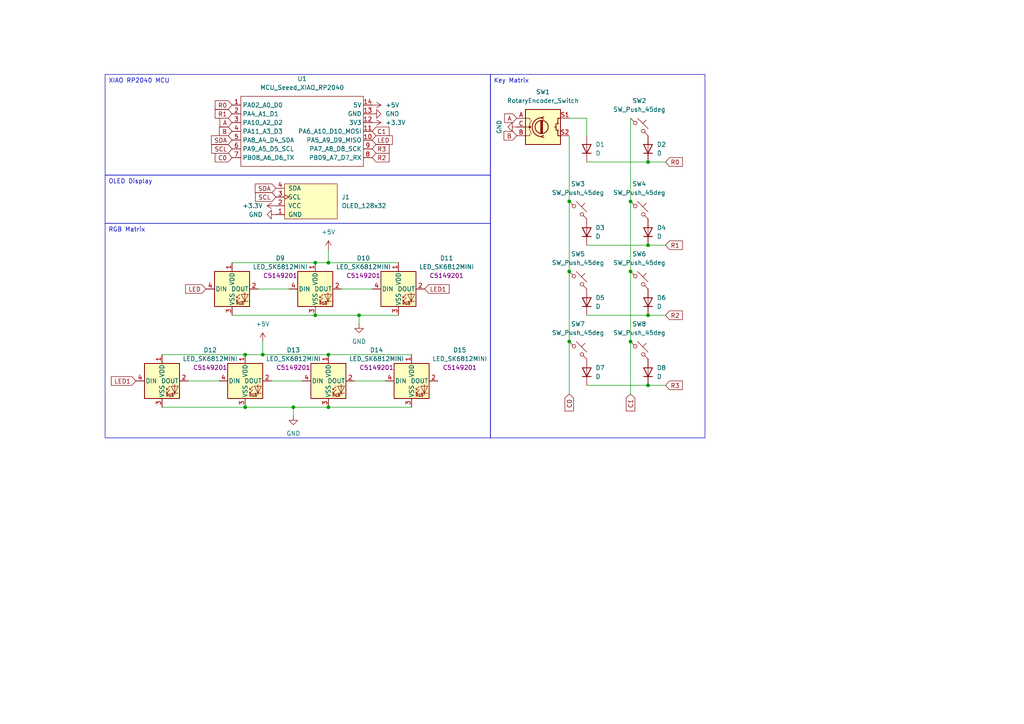
<source format=kicad_sch>
(kicad_sch
	(version 20250114)
	(generator "eeschema")
	(generator_version "9.0")
	(uuid "3b46d3fc-ddd1-4fb8-b937-79db70ce81ac")
	(paper "A4")
	(lib_symbols
		(symbol "Device:D"
			(pin_numbers
				(hide yes)
			)
			(pin_names
				(offset 1.016)
				(hide yes)
			)
			(exclude_from_sim no)
			(in_bom yes)
			(on_board yes)
			(property "Reference" "D"
				(at 0 2.54 0)
				(effects
					(font
						(size 1.27 1.27)
					)
				)
			)
			(property "Value" "D"
				(at 0 -2.54 0)
				(effects
					(font
						(size 1.27 1.27)
					)
				)
			)
			(property "Footprint" ""
				(at 0 0 0)
				(effects
					(font
						(size 1.27 1.27)
					)
					(hide yes)
				)
			)
			(property "Datasheet" "~"
				(at 0 0 0)
				(effects
					(font
						(size 1.27 1.27)
					)
					(hide yes)
				)
			)
			(property "Description" "Diode"
				(at 0 0 0)
				(effects
					(font
						(size 1.27 1.27)
					)
					(hide yes)
				)
			)
			(property "Sim.Device" "D"
				(at 0 0 0)
				(effects
					(font
						(size 1.27 1.27)
					)
					(hide yes)
				)
			)
			(property "Sim.Pins" "1=K 2=A"
				(at 0 0 0)
				(effects
					(font
						(size 1.27 1.27)
					)
					(hide yes)
				)
			)
			(property "ki_keywords" "diode"
				(at 0 0 0)
				(effects
					(font
						(size 1.27 1.27)
					)
					(hide yes)
				)
			)
			(property "ki_fp_filters" "TO-???* *_Diode_* *SingleDiode* D_*"
				(at 0 0 0)
				(effects
					(font
						(size 1.27 1.27)
					)
					(hide yes)
				)
			)
			(symbol "D_0_1"
				(polyline
					(pts
						(xy -1.27 1.27) (xy -1.27 -1.27)
					)
					(stroke
						(width 0.254)
						(type default)
					)
					(fill
						(type none)
					)
				)
				(polyline
					(pts
						(xy 1.27 1.27) (xy 1.27 -1.27) (xy -1.27 0) (xy 1.27 1.27)
					)
					(stroke
						(width 0.254)
						(type default)
					)
					(fill
						(type none)
					)
				)
				(polyline
					(pts
						(xy 1.27 0) (xy -1.27 0)
					)
					(stroke
						(width 0)
						(type default)
					)
					(fill
						(type none)
					)
				)
			)
			(symbol "D_1_1"
				(pin passive line
					(at -3.81 0 0)
					(length 2.54)
					(name "K"
						(effects
							(font
								(size 1.27 1.27)
							)
						)
					)
					(number "1"
						(effects
							(font
								(size 1.27 1.27)
							)
						)
					)
				)
				(pin passive line
					(at 3.81 0 180)
					(length 2.54)
					(name "A"
						(effects
							(font
								(size 1.27 1.27)
							)
						)
					)
					(number "2"
						(effects
							(font
								(size 1.27 1.27)
							)
						)
					)
				)
			)
			(embedded_fonts no)
		)
		(symbol "Device:RotaryEncoder_Switch"
			(pin_names
				(offset 0.254)
				(hide yes)
			)
			(exclude_from_sim no)
			(in_bom yes)
			(on_board yes)
			(property "Reference" "SW"
				(at 0 6.604 0)
				(effects
					(font
						(size 1.27 1.27)
					)
				)
			)
			(property "Value" "RotaryEncoder_Switch"
				(at 0 -6.604 0)
				(effects
					(font
						(size 1.27 1.27)
					)
				)
			)
			(property "Footprint" ""
				(at -3.81 4.064 0)
				(effects
					(font
						(size 1.27 1.27)
					)
					(hide yes)
				)
			)
			(property "Datasheet" "~"
				(at 0 6.604 0)
				(effects
					(font
						(size 1.27 1.27)
					)
					(hide yes)
				)
			)
			(property "Description" "Rotary encoder, dual channel, incremental quadrate outputs, with switch"
				(at 0 0 0)
				(effects
					(font
						(size 1.27 1.27)
					)
					(hide yes)
				)
			)
			(property "ki_keywords" "rotary switch encoder switch push button"
				(at 0 0 0)
				(effects
					(font
						(size 1.27 1.27)
					)
					(hide yes)
				)
			)
			(property "ki_fp_filters" "RotaryEncoder*Switch*"
				(at 0 0 0)
				(effects
					(font
						(size 1.27 1.27)
					)
					(hide yes)
				)
			)
			(symbol "RotaryEncoder_Switch_0_1"
				(rectangle
					(start -5.08 5.08)
					(end 5.08 -5.08)
					(stroke
						(width 0.254)
						(type default)
					)
					(fill
						(type background)
					)
				)
				(polyline
					(pts
						(xy -5.08 2.54) (xy -3.81 2.54) (xy -3.81 2.032)
					)
					(stroke
						(width 0)
						(type default)
					)
					(fill
						(type none)
					)
				)
				(polyline
					(pts
						(xy -5.08 0) (xy -3.81 0) (xy -3.81 -1.016) (xy -3.302 -2.032)
					)
					(stroke
						(width 0)
						(type default)
					)
					(fill
						(type none)
					)
				)
				(polyline
					(pts
						(xy -5.08 -2.54) (xy -3.81 -2.54) (xy -3.81 -2.032)
					)
					(stroke
						(width 0)
						(type default)
					)
					(fill
						(type none)
					)
				)
				(polyline
					(pts
						(xy -4.318 0) (xy -3.81 0) (xy -3.81 1.016) (xy -3.302 2.032)
					)
					(stroke
						(width 0)
						(type default)
					)
					(fill
						(type none)
					)
				)
				(circle
					(center -3.81 0)
					(radius 0.254)
					(stroke
						(width 0)
						(type default)
					)
					(fill
						(type outline)
					)
				)
				(polyline
					(pts
						(xy -0.635 -1.778) (xy -0.635 1.778)
					)
					(stroke
						(width 0.254)
						(type default)
					)
					(fill
						(type none)
					)
				)
				(circle
					(center -0.381 0)
					(radius 1.905)
					(stroke
						(width 0.254)
						(type default)
					)
					(fill
						(type none)
					)
				)
				(polyline
					(pts
						(xy -0.381 -1.778) (xy -0.381 1.778)
					)
					(stroke
						(width 0.254)
						(type default)
					)
					(fill
						(type none)
					)
				)
				(arc
					(start -0.381 -2.794)
					(mid -3.0988 -0.0635)
					(end -0.381 2.667)
					(stroke
						(width 0.254)
						(type default)
					)
					(fill
						(type none)
					)
				)
				(polyline
					(pts
						(xy -0.127 1.778) (xy -0.127 -1.778)
					)
					(stroke
						(width 0.254)
						(type default)
					)
					(fill
						(type none)
					)
				)
				(polyline
					(pts
						(xy 0.254 2.921) (xy -0.508 2.667) (xy 0.127 2.286)
					)
					(stroke
						(width 0.254)
						(type default)
					)
					(fill
						(type none)
					)
				)
				(polyline
					(pts
						(xy 0.254 -3.048) (xy -0.508 -2.794) (xy 0.127 -2.413)
					)
					(stroke
						(width 0.254)
						(type default)
					)
					(fill
						(type none)
					)
				)
				(polyline
					(pts
						(xy 3.81 1.016) (xy 3.81 -1.016)
					)
					(stroke
						(width 0.254)
						(type default)
					)
					(fill
						(type none)
					)
				)
				(polyline
					(pts
						(xy 3.81 0) (xy 3.429 0)
					)
					(stroke
						(width 0.254)
						(type default)
					)
					(fill
						(type none)
					)
				)
				(circle
					(center 4.318 1.016)
					(radius 0.127)
					(stroke
						(width 0.254)
						(type default)
					)
					(fill
						(type none)
					)
				)
				(circle
					(center 4.318 -1.016)
					(radius 0.127)
					(stroke
						(width 0.254)
						(type default)
					)
					(fill
						(type none)
					)
				)
				(polyline
					(pts
						(xy 5.08 2.54) (xy 4.318 2.54) (xy 4.318 1.016)
					)
					(stroke
						(width 0.254)
						(type default)
					)
					(fill
						(type none)
					)
				)
				(polyline
					(pts
						(xy 5.08 -2.54) (xy 4.318 -2.54) (xy 4.318 -1.016)
					)
					(stroke
						(width 0.254)
						(type default)
					)
					(fill
						(type none)
					)
				)
			)
			(symbol "RotaryEncoder_Switch_1_1"
				(pin passive line
					(at -7.62 2.54 0)
					(length 2.54)
					(name "A"
						(effects
							(font
								(size 1.27 1.27)
							)
						)
					)
					(number "A"
						(effects
							(font
								(size 1.27 1.27)
							)
						)
					)
				)
				(pin passive line
					(at -7.62 0 0)
					(length 2.54)
					(name "C"
						(effects
							(font
								(size 1.27 1.27)
							)
						)
					)
					(number "C"
						(effects
							(font
								(size 1.27 1.27)
							)
						)
					)
				)
				(pin passive line
					(at -7.62 -2.54 0)
					(length 2.54)
					(name "B"
						(effects
							(font
								(size 1.27 1.27)
							)
						)
					)
					(number "B"
						(effects
							(font
								(size 1.27 1.27)
							)
						)
					)
				)
				(pin passive line
					(at 7.62 2.54 180)
					(length 2.54)
					(name "S1"
						(effects
							(font
								(size 1.27 1.27)
							)
						)
					)
					(number "S1"
						(effects
							(font
								(size 1.27 1.27)
							)
						)
					)
				)
				(pin passive line
					(at 7.62 -2.54 180)
					(length 2.54)
					(name "S2"
						(effects
							(font
								(size 1.27 1.27)
							)
						)
					)
					(number "S2"
						(effects
							(font
								(size 1.27 1.27)
							)
						)
					)
				)
			)
			(embedded_fonts no)
		)
		(symbol "ScottoKeebs:LED_SK6812MINI"
			(pin_names
				(offset 0.254)
			)
			(exclude_from_sim no)
			(in_bom yes)
			(on_board yes)
			(property "Reference" "D"
				(at 2.032 5.588 0)
				(effects
					(font
						(size 1.27 1.27)
					)
					(justify right bottom)
				)
			)
			(property "Value" "LED_SK6812MINI"
				(at 1.27 -5.715 0)
				(effects
					(font
						(size 1.27 1.27)
					)
					(justify left top)
				)
			)
			(property "Footprint" "ScottoKeebs_Components:LED_SK6812MINI"
				(at 1.27 -7.62 0)
				(effects
					(font
						(size 1.27 1.27)
					)
					(justify left top)
					(hide yes)
				)
			)
			(property "Datasheet" "https://cdn-shop.adafruit.com/product-files/2686/SK6812MINI_REV.01-1-2.pdf"
				(at 1.27 -11.176 0)
				(effects
					(font
						(size 1.27 1.27)
					)
					(justify left top)
					(hide yes)
				)
			)
			(property "Description" "RGB LED with integrated controller"
				(at 18.288 -10.16 0)
				(effects
					(font
						(size 1.27 1.27)
					)
					(hide yes)
				)
			)
			(property "LCSC" "C5149201"
				(at 0 0 0)
				(effects
					(font
						(size 1.27 1.27)
					)
				)
			)
			(property "ki_keywords" "RGB LED NeoPixel Mini addressable"
				(at 0 0 0)
				(effects
					(font
						(size 1.27 1.27)
					)
					(hide yes)
				)
			)
			(property "ki_fp_filters" "LED*SK6812MINI*PLCC*3.5x3.5mm*P1.75mm*"
				(at 0 0 0)
				(effects
					(font
						(size 1.27 1.27)
					)
					(hide yes)
				)
			)
			(symbol "LED_SK6812MINI_0_0"
				(text "RGB"
					(at 2.286 -4.191 0)
					(effects
						(font
							(size 0.762 0.762)
						)
					)
				)
			)
			(symbol "LED_SK6812MINI_0_1"
				(rectangle
					(start -5.08 5.08)
					(end 5.08 -5.08)
					(stroke
						(width 0.254)
						(type default)
					)
					(fill
						(type background)
					)
				)
				(polyline
					(pts
						(xy 1.27 -2.54) (xy 1.778 -2.54)
					)
					(stroke
						(width 0)
						(type default)
					)
					(fill
						(type none)
					)
				)
				(polyline
					(pts
						(xy 1.27 -3.556) (xy 1.778 -3.556)
					)
					(stroke
						(width 0)
						(type default)
					)
					(fill
						(type none)
					)
				)
				(polyline
					(pts
						(xy 2.286 -1.524) (xy 1.27 -2.54) (xy 1.27 -2.032)
					)
					(stroke
						(width 0)
						(type default)
					)
					(fill
						(type none)
					)
				)
				(polyline
					(pts
						(xy 2.286 -2.54) (xy 1.27 -3.556) (xy 1.27 -3.048)
					)
					(stroke
						(width 0)
						(type default)
					)
					(fill
						(type none)
					)
				)
				(polyline
					(pts
						(xy 3.683 -1.016) (xy 3.683 -3.556) (xy 3.683 -4.064)
					)
					(stroke
						(width 0)
						(type default)
					)
					(fill
						(type none)
					)
				)
				(polyline
					(pts
						(xy 4.699 -1.524) (xy 2.667 -1.524) (xy 3.683 -3.556) (xy 4.699 -1.524)
					)
					(stroke
						(width 0)
						(type default)
					)
					(fill
						(type none)
					)
				)
				(polyline
					(pts
						(xy 4.699 -3.556) (xy 2.667 -3.556)
					)
					(stroke
						(width 0)
						(type default)
					)
					(fill
						(type none)
					)
				)
			)
			(symbol "LED_SK6812MINI_1_1"
				(pin input line
					(at -7.62 0 0)
					(length 2.54)
					(name "DIN"
						(effects
							(font
								(size 1.27 1.27)
							)
						)
					)
					(number "4"
						(effects
							(font
								(size 1.27 1.27)
							)
						)
					)
				)
				(pin power_in line
					(at 0 7.62 270)
					(length 2.54)
					(name "VDD"
						(effects
							(font
								(size 1.27 1.27)
							)
						)
					)
					(number "1"
						(effects
							(font
								(size 1.27 1.27)
							)
						)
					)
				)
				(pin power_in line
					(at 0 -7.62 90)
					(length 2.54)
					(name "VSS"
						(effects
							(font
								(size 1.27 1.27)
							)
						)
					)
					(number "3"
						(effects
							(font
								(size 1.27 1.27)
							)
						)
					)
				)
				(pin output line
					(at 7.62 0 180)
					(length 2.54)
					(name "DOUT"
						(effects
							(font
								(size 1.27 1.27)
							)
						)
					)
					(number "2"
						(effects
							(font
								(size 1.27 1.27)
							)
						)
					)
				)
			)
			(embedded_fonts no)
		)
		(symbol "ScottoKeebs:MCU_Seeed_XIAO_RP2040"
			(exclude_from_sim no)
			(in_bom yes)
			(on_board yes)
			(property "Reference" "U"
				(at -16.51 11.43 0)
				(effects
					(font
						(size 1.27 1.27)
					)
				)
			)
			(property "Value" "MCU_Seeed_XIAO_RP2040"
				(at -3.81 -11.43 0)
				(effects
					(font
						(size 1.27 1.27)
					)
				)
			)
			(property "Footprint" ""
				(at -16.51 2.54 0)
				(effects
					(font
						(size 1.27 1.27)
					)
					(hide yes)
				)
			)
			(property "Datasheet" ""
				(at -16.51 2.54 0)
				(effects
					(font
						(size 1.27 1.27)
					)
					(hide yes)
				)
			)
			(property "Description" ""
				(at 0 0 0)
				(effects
					(font
						(size 1.27 1.27)
					)
					(hide yes)
				)
			)
			(symbol "MCU_Seeed_XIAO_RP2040_0_1"
				(rectangle
					(start -16.51 10.16)
					(end 19.05 -10.16)
					(stroke
						(width 0)
						(type default)
					)
					(fill
						(type none)
					)
				)
			)
			(symbol "MCU_Seeed_XIAO_RP2040_1_1"
				(pin passive line
					(at -19.05 7.62 0)
					(length 2.54)
					(name "PA02_A0_D0"
						(effects
							(font
								(size 1.27 1.27)
							)
						)
					)
					(number "1"
						(effects
							(font
								(size 1.27 1.27)
							)
						)
					)
				)
				(pin passive line
					(at -19.05 5.08 0)
					(length 2.54)
					(name "PA4_A1_D1"
						(effects
							(font
								(size 1.27 1.27)
							)
						)
					)
					(number "2"
						(effects
							(font
								(size 1.27 1.27)
							)
						)
					)
				)
				(pin passive line
					(at -19.05 2.54 0)
					(length 2.54)
					(name "PA10_A2_D2"
						(effects
							(font
								(size 1.27 1.27)
							)
						)
					)
					(number "3"
						(effects
							(font
								(size 1.27 1.27)
							)
						)
					)
				)
				(pin passive line
					(at -19.05 0 0)
					(length 2.54)
					(name "PA11_A3_D3"
						(effects
							(font
								(size 1.27 1.27)
							)
						)
					)
					(number "4"
						(effects
							(font
								(size 1.27 1.27)
							)
						)
					)
				)
				(pin passive line
					(at -19.05 -2.54 0)
					(length 2.54)
					(name "PA8_A4_D4_SDA"
						(effects
							(font
								(size 1.27 1.27)
							)
						)
					)
					(number "5"
						(effects
							(font
								(size 1.27 1.27)
							)
						)
					)
				)
				(pin passive line
					(at -19.05 -5.08 0)
					(length 2.54)
					(name "PA9_A5_D5_SCL"
						(effects
							(font
								(size 1.27 1.27)
							)
						)
					)
					(number "6"
						(effects
							(font
								(size 1.27 1.27)
							)
						)
					)
				)
				(pin passive line
					(at -19.05 -7.62 0)
					(length 2.54)
					(name "PB08_A6_D6_TX"
						(effects
							(font
								(size 1.27 1.27)
							)
						)
					)
					(number "7"
						(effects
							(font
								(size 1.27 1.27)
							)
						)
					)
				)
				(pin passive line
					(at 21.59 7.62 180)
					(length 2.54)
					(name "5V"
						(effects
							(font
								(size 1.27 1.27)
							)
						)
					)
					(number "14"
						(effects
							(font
								(size 1.27 1.27)
							)
						)
					)
				)
				(pin passive line
					(at 21.59 5.08 180)
					(length 2.54)
					(name "GND"
						(effects
							(font
								(size 1.27 1.27)
							)
						)
					)
					(number "13"
						(effects
							(font
								(size 1.27 1.27)
							)
						)
					)
				)
				(pin passive line
					(at 21.59 2.54 180)
					(length 2.54)
					(name "3V3"
						(effects
							(font
								(size 1.27 1.27)
							)
						)
					)
					(number "12"
						(effects
							(font
								(size 1.27 1.27)
							)
						)
					)
				)
				(pin passive line
					(at 21.59 0 180)
					(length 2.54)
					(name "PA6_A10_D10_MOSI"
						(effects
							(font
								(size 1.27 1.27)
							)
						)
					)
					(number "11"
						(effects
							(font
								(size 1.27 1.27)
							)
						)
					)
				)
				(pin passive line
					(at 21.59 -2.54 180)
					(length 2.54)
					(name "PA5_A9_D9_MISO"
						(effects
							(font
								(size 1.27 1.27)
							)
						)
					)
					(number "10"
						(effects
							(font
								(size 1.27 1.27)
							)
						)
					)
				)
				(pin passive line
					(at 21.59 -5.08 180)
					(length 2.54)
					(name "PA7_A8_D8_SCK"
						(effects
							(font
								(size 1.27 1.27)
							)
						)
					)
					(number "9"
						(effects
							(font
								(size 1.27 1.27)
							)
						)
					)
				)
				(pin passive line
					(at 21.59 -7.62 180)
					(length 2.54)
					(name "PB09_A7_D7_RX"
						(effects
							(font
								(size 1.27 1.27)
							)
						)
					)
					(number "8"
						(effects
							(font
								(size 1.27 1.27)
							)
						)
					)
				)
			)
			(embedded_fonts no)
		)
		(symbol "ScottoKeebs:OLED_128x32"
			(pin_names
				(offset 1.016)
			)
			(exclude_from_sim no)
			(in_bom yes)
			(on_board yes)
			(property "Reference" "J"
				(at 0 -6.35 0)
				(effects
					(font
						(size 1.27 1.27)
					)
				)
			)
			(property "Value" "OLED_128x32"
				(at 0 6.35 0)
				(effects
					(font
						(size 1.27 1.27)
					)
				)
			)
			(property "Footprint" "ScottoKeebs_Components:OLED_128x32"
				(at 0 8.89 0)
				(effects
					(font
						(size 1.27 1.27)
					)
					(hide yes)
				)
			)
			(property "Datasheet" ""
				(at 0 1.27 0)
				(effects
					(font
						(size 1.27 1.27)
					)
					(hide yes)
				)
			)
			(property "Description" ""
				(at 0 0 0)
				(effects
					(font
						(size 1.27 1.27)
					)
					(hide yes)
				)
			)
			(symbol "OLED_128x32_0_1"
				(rectangle
					(start 0 5.08)
					(end 15.24 -5.08)
					(stroke
						(width 0)
						(type default)
					)
					(fill
						(type background)
					)
				)
			)
			(symbol "OLED_128x32_1_1"
				(pin bidirectional line
					(at -2.54 3.81 0)
					(length 2.54)
					(name "SDA"
						(effects
							(font
								(size 1.27 1.27)
							)
						)
					)
					(number "4"
						(effects
							(font
								(size 1.27 1.27)
							)
						)
					)
				)
				(pin input clock
					(at -2.54 1.27 0)
					(length 2.54)
					(name "SCL"
						(effects
							(font
								(size 1.27 1.27)
							)
						)
					)
					(number "3"
						(effects
							(font
								(size 1.27 1.27)
							)
						)
					)
				)
				(pin power_in line
					(at -2.54 -1.27 0)
					(length 2.54)
					(name "VCC"
						(effects
							(font
								(size 1.27 1.27)
							)
						)
					)
					(number "2"
						(effects
							(font
								(size 1.27 1.27)
							)
						)
					)
				)
				(pin power_in line
					(at -2.54 -3.81 0)
					(length 2.54)
					(name "GND"
						(effects
							(font
								(size 1.27 1.27)
							)
						)
					)
					(number "1"
						(effects
							(font
								(size 1.27 1.27)
							)
						)
					)
				)
			)
			(embedded_fonts no)
		)
		(symbol "Switch:SW_Push_45deg"
			(pin_numbers
				(hide yes)
			)
			(pin_names
				(offset 1.016)
				(hide yes)
			)
			(exclude_from_sim no)
			(in_bom yes)
			(on_board yes)
			(property "Reference" "SW"
				(at 3.048 1.016 0)
				(effects
					(font
						(size 1.27 1.27)
					)
					(justify left)
				)
			)
			(property "Value" "SW_Push_45deg"
				(at 0 -3.81 0)
				(effects
					(font
						(size 1.27 1.27)
					)
				)
			)
			(property "Footprint" ""
				(at 0 0 0)
				(effects
					(font
						(size 1.27 1.27)
					)
					(hide yes)
				)
			)
			(property "Datasheet" "~"
				(at 0 0 0)
				(effects
					(font
						(size 1.27 1.27)
					)
					(hide yes)
				)
			)
			(property "Description" "Push button switch, normally open, two pins, 45° tilted"
				(at 0 0 0)
				(effects
					(font
						(size 1.27 1.27)
					)
					(hide yes)
				)
			)
			(property "ki_keywords" "switch normally-open pushbutton push-button"
				(at 0 0 0)
				(effects
					(font
						(size 1.27 1.27)
					)
					(hide yes)
				)
			)
			(symbol "SW_Push_45deg_0_1"
				(polyline
					(pts
						(xy -2.54 2.54) (xy -1.524 1.524) (xy -1.524 1.524)
					)
					(stroke
						(width 0)
						(type default)
					)
					(fill
						(type none)
					)
				)
				(circle
					(center -1.1684 1.1684)
					(radius 0.508)
					(stroke
						(width 0)
						(type default)
					)
					(fill
						(type none)
					)
				)
				(polyline
					(pts
						(xy -0.508 2.54) (xy 2.54 -0.508)
					)
					(stroke
						(width 0)
						(type default)
					)
					(fill
						(type none)
					)
				)
				(polyline
					(pts
						(xy 1.016 1.016) (xy 2.032 2.032)
					)
					(stroke
						(width 0)
						(type default)
					)
					(fill
						(type none)
					)
				)
				(circle
					(center 1.143 -1.1938)
					(radius 0.508)
					(stroke
						(width 0)
						(type default)
					)
					(fill
						(type none)
					)
				)
				(polyline
					(pts
						(xy 1.524 -1.524) (xy 2.54 -2.54) (xy 2.54 -2.54) (xy 2.54 -2.54)
					)
					(stroke
						(width 0)
						(type default)
					)
					(fill
						(type none)
					)
				)
				(pin passive line
					(at -2.54 2.54 0)
					(length 0)
					(name "1"
						(effects
							(font
								(size 1.27 1.27)
							)
						)
					)
					(number "1"
						(effects
							(font
								(size 1.27 1.27)
							)
						)
					)
				)
				(pin passive line
					(at 2.54 -2.54 180)
					(length 0)
					(name "2"
						(effects
							(font
								(size 1.27 1.27)
							)
						)
					)
					(number "2"
						(effects
							(font
								(size 1.27 1.27)
							)
						)
					)
				)
			)
			(embedded_fonts no)
		)
		(symbol "power:+3.3V"
			(power)
			(pin_numbers
				(hide yes)
			)
			(pin_names
				(offset 0)
				(hide yes)
			)
			(exclude_from_sim no)
			(in_bom yes)
			(on_board yes)
			(property "Reference" "#PWR"
				(at 0 -3.81 0)
				(effects
					(font
						(size 1.27 1.27)
					)
					(hide yes)
				)
			)
			(property "Value" "+3.3V"
				(at 0 3.556 0)
				(effects
					(font
						(size 1.27 1.27)
					)
				)
			)
			(property "Footprint" ""
				(at 0 0 0)
				(effects
					(font
						(size 1.27 1.27)
					)
					(hide yes)
				)
			)
			(property "Datasheet" ""
				(at 0 0 0)
				(effects
					(font
						(size 1.27 1.27)
					)
					(hide yes)
				)
			)
			(property "Description" "Power symbol creates a global label with name \"+3.3V\""
				(at 0 0 0)
				(effects
					(font
						(size 1.27 1.27)
					)
					(hide yes)
				)
			)
			(property "ki_keywords" "global power"
				(at 0 0 0)
				(effects
					(font
						(size 1.27 1.27)
					)
					(hide yes)
				)
			)
			(symbol "+3.3V_0_1"
				(polyline
					(pts
						(xy -0.762 1.27) (xy 0 2.54)
					)
					(stroke
						(width 0)
						(type default)
					)
					(fill
						(type none)
					)
				)
				(polyline
					(pts
						(xy 0 2.54) (xy 0.762 1.27)
					)
					(stroke
						(width 0)
						(type default)
					)
					(fill
						(type none)
					)
				)
				(polyline
					(pts
						(xy 0 0) (xy 0 2.54)
					)
					(stroke
						(width 0)
						(type default)
					)
					(fill
						(type none)
					)
				)
			)
			(symbol "+3.3V_1_1"
				(pin power_in line
					(at 0 0 90)
					(length 0)
					(name "~"
						(effects
							(font
								(size 1.27 1.27)
							)
						)
					)
					(number "1"
						(effects
							(font
								(size 1.27 1.27)
							)
						)
					)
				)
			)
			(embedded_fonts no)
		)
		(symbol "power:+5V"
			(power)
			(pin_numbers
				(hide yes)
			)
			(pin_names
				(offset 0)
				(hide yes)
			)
			(exclude_from_sim no)
			(in_bom yes)
			(on_board yes)
			(property "Reference" "#PWR"
				(at 0 -3.81 0)
				(effects
					(font
						(size 1.27 1.27)
					)
					(hide yes)
				)
			)
			(property "Value" "+5V"
				(at 0 3.556 0)
				(effects
					(font
						(size 1.27 1.27)
					)
				)
			)
			(property "Footprint" ""
				(at 0 0 0)
				(effects
					(font
						(size 1.27 1.27)
					)
					(hide yes)
				)
			)
			(property "Datasheet" ""
				(at 0 0 0)
				(effects
					(font
						(size 1.27 1.27)
					)
					(hide yes)
				)
			)
			(property "Description" "Power symbol creates a global label with name \"+5V\""
				(at 0 0 0)
				(effects
					(font
						(size 1.27 1.27)
					)
					(hide yes)
				)
			)
			(property "ki_keywords" "global power"
				(at 0 0 0)
				(effects
					(font
						(size 1.27 1.27)
					)
					(hide yes)
				)
			)
			(symbol "+5V_0_1"
				(polyline
					(pts
						(xy -0.762 1.27) (xy 0 2.54)
					)
					(stroke
						(width 0)
						(type default)
					)
					(fill
						(type none)
					)
				)
				(polyline
					(pts
						(xy 0 2.54) (xy 0.762 1.27)
					)
					(stroke
						(width 0)
						(type default)
					)
					(fill
						(type none)
					)
				)
				(polyline
					(pts
						(xy 0 0) (xy 0 2.54)
					)
					(stroke
						(width 0)
						(type default)
					)
					(fill
						(type none)
					)
				)
			)
			(symbol "+5V_1_1"
				(pin power_in line
					(at 0 0 90)
					(length 0)
					(name "~"
						(effects
							(font
								(size 1.27 1.27)
							)
						)
					)
					(number "1"
						(effects
							(font
								(size 1.27 1.27)
							)
						)
					)
				)
			)
			(embedded_fonts no)
		)
		(symbol "power:GND"
			(power)
			(pin_numbers
				(hide yes)
			)
			(pin_names
				(offset 0)
				(hide yes)
			)
			(exclude_from_sim no)
			(in_bom yes)
			(on_board yes)
			(property "Reference" "#PWR"
				(at 0 -6.35 0)
				(effects
					(font
						(size 1.27 1.27)
					)
					(hide yes)
				)
			)
			(property "Value" "GND"
				(at 0 -3.81 0)
				(effects
					(font
						(size 1.27 1.27)
					)
				)
			)
			(property "Footprint" ""
				(at 0 0 0)
				(effects
					(font
						(size 1.27 1.27)
					)
					(hide yes)
				)
			)
			(property "Datasheet" ""
				(at 0 0 0)
				(effects
					(font
						(size 1.27 1.27)
					)
					(hide yes)
				)
			)
			(property "Description" "Power symbol creates a global label with name \"GND\" , ground"
				(at 0 0 0)
				(effects
					(font
						(size 1.27 1.27)
					)
					(hide yes)
				)
			)
			(property "ki_keywords" "global power"
				(at 0 0 0)
				(effects
					(font
						(size 1.27 1.27)
					)
					(hide yes)
				)
			)
			(symbol "GND_0_1"
				(polyline
					(pts
						(xy 0 0) (xy 0 -1.27) (xy 1.27 -1.27) (xy 0 -2.54) (xy -1.27 -1.27) (xy 0 -1.27)
					)
					(stroke
						(width 0)
						(type default)
					)
					(fill
						(type none)
					)
				)
			)
			(symbol "GND_1_1"
				(pin power_in line
					(at 0 0 270)
					(length 0)
					(name "~"
						(effects
							(font
								(size 1.27 1.27)
							)
						)
					)
					(number "1"
						(effects
							(font
								(size 1.27 1.27)
							)
						)
					)
				)
			)
			(embedded_fonts no)
		)
	)
	(text_box "OLED Display"
		(exclude_from_sim no)
		(at 30.48 50.8 0)
		(size 111.76 13.97)
		(margins 0.9525 0.9525 0.9525 0.9525)
		(stroke
			(width 0)
			(type solid)
		)
		(fill
			(type none)
		)
		(effects
			(font
				(size 1.27 1.27)
			)
			(justify left top)
		)
		(uuid "5876ef1e-0263-49ad-a2f7-ce2450e9dea3")
	)
	(text_box "XIAO RP2040 MCU\n"
		(exclude_from_sim no)
		(at 30.48 21.59 0)
		(size 111.76 29.21)
		(margins 0.9525 0.9525 0.9525 0.9525)
		(stroke
			(width 0)
			(type solid)
		)
		(fill
			(type none)
		)
		(effects
			(font
				(size 1.27 1.27)
			)
			(justify left top)
		)
		(uuid "5e3f5cee-bcba-4e2b-847e-b381303335e1")
	)
	(text_box "RGB Matrix"
		(exclude_from_sim no)
		(at 30.48 64.77 0)
		(size 111.76 62.23)
		(margins 0.9525 0.9525 0.9525 0.9525)
		(stroke
			(width 0)
			(type solid)
		)
		(fill
			(type none)
		)
		(effects
			(font
				(size 1.27 1.27)
			)
			(justify left top)
		)
		(uuid "b2bf70d7-f21d-4380-b8ae-1065edfdb300")
	)
	(text_box "Key Matrix"
		(exclude_from_sim no)
		(at 142.24 21.59 0)
		(size 62.23 105.41)
		(margins 0.9525 0.9525 0.9525 0.9525)
		(stroke
			(width 0)
			(type solid)
		)
		(fill
			(type none)
		)
		(effects
			(font
				(size 1.27 1.27)
			)
			(justify left top)
		)
		(uuid "ef3a2758-4c64-459e-ae29-6d380f05a203")
	)
	(junction
		(at 91.44 76.2)
		(diameter 0)
		(color 0 0 0 0)
		(uuid "02d9828e-aac7-49df-b887-8a7bfbea4ed1")
	)
	(junction
		(at 71.12 118.11)
		(diameter 0)
		(color 0 0 0 0)
		(uuid "098b984a-e9bc-4a69-871c-b71957b2a208")
	)
	(junction
		(at 187.96 91.44)
		(diameter 0)
		(color 0 0 0 0)
		(uuid "0c79ba7e-0cb9-4939-83f7-7fe2d95165b2")
	)
	(junction
		(at 71.12 102.87)
		(diameter 0)
		(color 0 0 0 0)
		(uuid "12cf2246-80e7-48e9-a45f-ff385695c0a4")
	)
	(junction
		(at 182.88 78.74)
		(diameter 0)
		(color 0 0 0 0)
		(uuid "15b6bd76-99b8-46bc-a57b-4b6f7db27a49")
	)
	(junction
		(at 182.88 58.42)
		(diameter 0)
		(color 0 0 0 0)
		(uuid "175be6c4-9345-4983-b130-9bfb09db1739")
	)
	(junction
		(at 91.44 91.44)
		(diameter 0)
		(color 0 0 0 0)
		(uuid "1d4e9001-e2ab-4731-86b2-5497629fe9d4")
	)
	(junction
		(at 187.96 71.12)
		(diameter 0)
		(color 0 0 0 0)
		(uuid "1d523be3-08f9-43fd-a731-0655f330f245")
	)
	(junction
		(at 165.1 99.06)
		(diameter 0)
		(color 0 0 0 0)
		(uuid "221da270-96ab-480f-84c3-7f3403c1a5f5")
	)
	(junction
		(at 165.1 58.42)
		(diameter 0)
		(color 0 0 0 0)
		(uuid "5176bbe2-5e16-49d6-9920-8df9e398edad")
	)
	(junction
		(at 187.96 111.76)
		(diameter 0)
		(color 0 0 0 0)
		(uuid "6b155810-c730-4b09-9d4e-aac945ab3ecd")
	)
	(junction
		(at 182.88 99.06)
		(diameter 0)
		(color 0 0 0 0)
		(uuid "6efcdb74-d07f-4042-99a5-b3288d6d57c3")
	)
	(junction
		(at 104.14 91.44)
		(diameter 0)
		(color 0 0 0 0)
		(uuid "76770e05-2179-4cb2-805a-500d8e41d5c2")
	)
	(junction
		(at 95.25 76.2)
		(diameter 0)
		(color 0 0 0 0)
		(uuid "ae9ab46c-c724-4376-9883-68e4b2246914")
	)
	(junction
		(at 165.1 78.74)
		(diameter 0)
		(color 0 0 0 0)
		(uuid "b01fd3b5-f879-4d74-80f3-a6a119d9b9ed")
	)
	(junction
		(at 95.25 102.87)
		(diameter 0)
		(color 0 0 0 0)
		(uuid "c6ac88e4-c594-4707-b464-cef7306e1715")
	)
	(junction
		(at 187.96 46.99)
		(diameter 0)
		(color 0 0 0 0)
		(uuid "d2a8dd73-65ba-4e90-afff-38b56d1535d7")
	)
	(junction
		(at 76.2 102.87)
		(diameter 0)
		(color 0 0 0 0)
		(uuid "d934a71d-2a4b-488e-820d-9b89f1ee9200")
	)
	(junction
		(at 95.25 118.11)
		(diameter 0)
		(color 0 0 0 0)
		(uuid "deab7d71-b398-43c1-9f73-c1c4348c9d94")
	)
	(junction
		(at 85.09 118.11)
		(diameter 0)
		(color 0 0 0 0)
		(uuid "fc16159a-e9c4-42de-9d38-888293b8cfc7")
	)
	(wire
		(pts
			(xy 165.1 78.74) (xy 165.1 99.06)
		)
		(stroke
			(width 0)
			(type default)
		)
		(uuid "0970ab4f-173a-4589-90f8-cda1f73e6a5c")
	)
	(wire
		(pts
			(xy 187.96 71.12) (xy 193.04 71.12)
		)
		(stroke
			(width 0)
			(type default)
		)
		(uuid "0a516657-254c-4552-a34c-b65c351e0c9a")
	)
	(wire
		(pts
			(xy 170.18 46.99) (xy 187.96 46.99)
		)
		(stroke
			(width 0)
			(type default)
		)
		(uuid "1979f44b-8ca3-4f9a-a138-e096f4a3ba3f")
	)
	(wire
		(pts
			(xy 187.96 91.44) (xy 193.04 91.44)
		)
		(stroke
			(width 0)
			(type default)
		)
		(uuid "1c2aae9a-e627-466a-853d-ffbbf7c61c65")
	)
	(wire
		(pts
			(xy 182.88 58.42) (xy 182.88 78.74)
		)
		(stroke
			(width 0)
			(type default)
		)
		(uuid "1fb631b6-d94e-4804-8f58-a5c61a9952eb")
	)
	(wire
		(pts
			(xy 85.09 120.65) (xy 85.09 118.11)
		)
		(stroke
			(width 0)
			(type default)
		)
		(uuid "22534157-16b4-476e-80e8-d1e14bb1f1c3")
	)
	(wire
		(pts
			(xy 182.88 99.06) (xy 182.88 114.3)
		)
		(stroke
			(width 0)
			(type default)
		)
		(uuid "36a432ea-e85e-4639-8306-f9647d93fa81")
	)
	(wire
		(pts
			(xy 95.25 118.11) (xy 85.09 118.11)
		)
		(stroke
			(width 0)
			(type default)
		)
		(uuid "479d735b-5180-40e0-8097-85914f0479b0")
	)
	(wire
		(pts
			(xy 170.18 71.12) (xy 187.96 71.12)
		)
		(stroke
			(width 0)
			(type default)
		)
		(uuid "48bdd466-97ca-4658-8977-756f2046784b")
	)
	(wire
		(pts
			(xy 165.1 99.06) (xy 165.1 114.3)
		)
		(stroke
			(width 0)
			(type default)
		)
		(uuid "48c2b106-059a-455c-8bc4-2f6bc5ea3984")
	)
	(wire
		(pts
			(xy 104.14 93.98) (xy 104.14 91.44)
		)
		(stroke
			(width 0)
			(type default)
		)
		(uuid "4ee6b27a-0a6b-44a6-ac46-cf1b2744ccd3")
	)
	(wire
		(pts
			(xy 76.2 99.06) (xy 76.2 102.87)
		)
		(stroke
			(width 0)
			(type default)
		)
		(uuid "5503d58d-fac8-4682-8cf4-c93a95130f54")
	)
	(wire
		(pts
			(xy 46.99 102.87) (xy 71.12 102.87)
		)
		(stroke
			(width 0)
			(type default)
		)
		(uuid "5959f14c-af03-472b-823b-2a3f56d8d948")
	)
	(wire
		(pts
			(xy 76.2 102.87) (xy 71.12 102.87)
		)
		(stroke
			(width 0)
			(type default)
		)
		(uuid "5d4f140d-6308-4710-aadc-5b73d0c483b5")
	)
	(wire
		(pts
			(xy 182.88 78.74) (xy 182.88 99.06)
		)
		(stroke
			(width 0)
			(type default)
		)
		(uuid "60cde3dc-9c1c-4ee2-a605-f5996b6fa1d8")
	)
	(wire
		(pts
			(xy 46.99 118.11) (xy 71.12 118.11)
		)
		(stroke
			(width 0)
			(type default)
		)
		(uuid "62530f39-32f6-4136-b76e-bbeae989f182")
	)
	(wire
		(pts
			(xy 78.74 110.49) (xy 87.63 110.49)
		)
		(stroke
			(width 0)
			(type default)
		)
		(uuid "6268f535-379c-4c61-9bd5-9a7c828b88d6")
	)
	(wire
		(pts
			(xy 104.14 91.44) (xy 115.57 91.44)
		)
		(stroke
			(width 0)
			(type default)
		)
		(uuid "6b7b9f7f-bdd6-4409-8322-1a315a24daff")
	)
	(wire
		(pts
			(xy 104.14 91.44) (xy 91.44 91.44)
		)
		(stroke
			(width 0)
			(type default)
		)
		(uuid "70a73906-4a7d-4f96-82b2-155564334b0d")
	)
	(wire
		(pts
			(xy 95.25 72.39) (xy 95.25 76.2)
		)
		(stroke
			(width 0)
			(type default)
		)
		(uuid "7e8b369a-01cf-4a4b-b10a-b6f8ae7731b5")
	)
	(wire
		(pts
			(xy 193.04 46.99) (xy 187.96 46.99)
		)
		(stroke
			(width 0)
			(type default)
		)
		(uuid "80c6f58b-d5ab-4835-843a-95f971b4e472")
	)
	(wire
		(pts
			(xy 165.1 39.37) (xy 165.1 58.42)
		)
		(stroke
			(width 0)
			(type default)
		)
		(uuid "81582467-ffec-42eb-9c21-e5932070d38d")
	)
	(wire
		(pts
			(xy 193.04 111.76) (xy 187.96 111.76)
		)
		(stroke
			(width 0)
			(type default)
		)
		(uuid "89b2de47-5740-44b3-91db-d15cff432e20")
	)
	(wire
		(pts
			(xy 91.44 76.2) (xy 67.31 76.2)
		)
		(stroke
			(width 0)
			(type default)
		)
		(uuid "8dbecc2d-e90e-499c-8a9f-c4eddf6dc5e8")
	)
	(wire
		(pts
			(xy 95.25 102.87) (xy 119.38 102.87)
		)
		(stroke
			(width 0)
			(type default)
		)
		(uuid "939720d5-ad3c-41b8-a3f7-630b25179c2d")
	)
	(wire
		(pts
			(xy 95.25 76.2) (xy 91.44 76.2)
		)
		(stroke
			(width 0)
			(type default)
		)
		(uuid "991f4df2-b78c-48c1-b7f4-202612114076")
	)
	(wire
		(pts
			(xy 95.25 76.2) (xy 115.57 76.2)
		)
		(stroke
			(width 0)
			(type default)
		)
		(uuid "9ec40bf2-8ae3-4d8b-9fc7-6b37d58e58f4")
	)
	(wire
		(pts
			(xy 165.1 34.29) (xy 170.18 34.29)
		)
		(stroke
			(width 0)
			(type default)
		)
		(uuid "a89c7858-a224-423b-8442-a4b09936f588")
	)
	(wire
		(pts
			(xy 102.87 110.49) (xy 111.76 110.49)
		)
		(stroke
			(width 0)
			(type default)
		)
		(uuid "b94a02ff-cb07-4e96-8e99-e955a8ac4160")
	)
	(wire
		(pts
			(xy 165.1 58.42) (xy 165.1 78.74)
		)
		(stroke
			(width 0)
			(type default)
		)
		(uuid "b94b3ef8-16b3-4139-afcb-9e5abebfe3d5")
	)
	(wire
		(pts
			(xy 85.09 118.11) (xy 71.12 118.11)
		)
		(stroke
			(width 0)
			(type default)
		)
		(uuid "b9551d36-95f1-406c-bc51-0df4e79ebca3")
	)
	(wire
		(pts
			(xy 170.18 34.29) (xy 170.18 39.37)
		)
		(stroke
			(width 0)
			(type default)
		)
		(uuid "beaf8010-ce03-4805-be3b-a70029b4304f")
	)
	(wire
		(pts
			(xy 54.61 110.49) (xy 63.5 110.49)
		)
		(stroke
			(width 0)
			(type default)
		)
		(uuid "c0c2df0e-d746-4017-8479-d502eac9ecaf")
	)
	(wire
		(pts
			(xy 99.06 83.82) (xy 107.95 83.82)
		)
		(stroke
			(width 0)
			(type default)
		)
		(uuid "c3049f31-4244-41ec-b2fb-e9ed14e005bf")
	)
	(wire
		(pts
			(xy 95.25 118.11) (xy 119.38 118.11)
		)
		(stroke
			(width 0)
			(type default)
		)
		(uuid "c646b1eb-afe5-4b79-adc8-8b2a839d8b0d")
	)
	(wire
		(pts
			(xy 182.88 34.29) (xy 182.88 58.42)
		)
		(stroke
			(width 0)
			(type default)
		)
		(uuid "cd9f5bb7-aa4f-4ff8-bba0-9d7d7167fa11")
	)
	(wire
		(pts
			(xy 91.44 91.44) (xy 67.31 91.44)
		)
		(stroke
			(width 0)
			(type default)
		)
		(uuid "e0b0640b-c964-4321-966c-bcc3830e8696")
	)
	(wire
		(pts
			(xy 74.93 83.82) (xy 83.82 83.82)
		)
		(stroke
			(width 0)
			(type default)
		)
		(uuid "e172807a-95a4-4181-a312-c4ce50906ceb")
	)
	(wire
		(pts
			(xy 170.18 91.44) (xy 187.96 91.44)
		)
		(stroke
			(width 0)
			(type default)
		)
		(uuid "f859465f-4c8a-4561-a76a-3dda0aa17bfe")
	)
	(wire
		(pts
			(xy 95.25 102.87) (xy 76.2 102.87)
		)
		(stroke
			(width 0)
			(type default)
		)
		(uuid "f96925c5-3834-4b28-9162-21289c0c45b3")
	)
	(wire
		(pts
			(xy 170.18 111.76) (xy 187.96 111.76)
		)
		(stroke
			(width 0)
			(type default)
		)
		(uuid "fa2b9f1b-48ff-4522-9a0a-7158634f8f5e")
	)
	(global_label "C1"
		(shape input)
		(at 107.95 38.1 0)
		(fields_autoplaced yes)
		(effects
			(font
				(size 1.27 1.27)
			)
			(justify left)
		)
		(uuid "06928f06-4731-4be2-a689-e5b84bf5b2d3")
		(property "Intersheetrefs" "${INTERSHEET_REFS}"
			(at 113.4147 38.1 0)
			(effects
				(font
					(size 1.27 1.27)
				)
				(justify left)
				(hide yes)
			)
		)
	)
	(global_label "LED1"
		(shape input)
		(at 123.19 83.82 0)
		(fields_autoplaced yes)
		(effects
			(font
				(size 1.27 1.27)
			)
			(justify left)
		)
		(uuid "1ab0ad53-d789-4c76-ba8f-078b14c255b3")
		(property "Intersheetrefs" "${INTERSHEET_REFS}"
			(at 130.8318 83.82 0)
			(effects
				(font
					(size 1.27 1.27)
				)
				(justify left)
				(hide yes)
			)
		)
	)
	(global_label "A"
		(shape input)
		(at 67.31 35.56 180)
		(fields_autoplaced yes)
		(effects
			(font
				(size 1.27 1.27)
			)
			(justify right)
		)
		(uuid "1be271dc-3858-491c-bdac-1f760f2a3789")
		(property "Intersheetrefs" "${INTERSHEET_REFS}"
			(at 63.2362 35.56 0)
			(effects
				(font
					(size 1.27 1.27)
				)
				(justify right)
				(hide yes)
			)
		)
	)
	(global_label "R0"
		(shape input)
		(at 67.31 30.48 180)
		(fields_autoplaced yes)
		(effects
			(font
				(size 1.27 1.27)
			)
			(justify right)
		)
		(uuid "1c1f3863-c2ba-4e5e-8d40-841549fd49aa")
		(property "Intersheetrefs" "${INTERSHEET_REFS}"
			(at 61.8453 30.48 0)
			(effects
				(font
					(size 1.27 1.27)
				)
				(justify right)
				(hide yes)
			)
		)
	)
	(global_label "R2"
		(shape input)
		(at 193.04 91.44 0)
		(fields_autoplaced yes)
		(effects
			(font
				(size 1.27 1.27)
			)
			(justify left)
		)
		(uuid "2db9d3e8-e0fb-4384-9753-756b8b8e650d")
		(property "Intersheetrefs" "${INTERSHEET_REFS}"
			(at 198.5047 91.44 0)
			(effects
				(font
					(size 1.27 1.27)
				)
				(justify left)
				(hide yes)
			)
		)
	)
	(global_label "B"
		(shape input)
		(at 67.31 38.1 180)
		(fields_autoplaced yes)
		(effects
			(font
				(size 1.27 1.27)
			)
			(justify right)
		)
		(uuid "399fecf5-0d79-400d-98fa-ae473b091f7c")
		(property "Intersheetrefs" "${INTERSHEET_REFS}"
			(at 63.0548 38.1 0)
			(effects
				(font
					(size 1.27 1.27)
				)
				(justify right)
				(hide yes)
			)
		)
	)
	(global_label "C1"
		(shape input)
		(at 182.88 114.3 270)
		(fields_autoplaced yes)
		(effects
			(font
				(size 1.27 1.27)
			)
			(justify right)
		)
		(uuid "3b5f7a10-7f50-4d30-983f-a0fa0832554e")
		(property "Intersheetrefs" "${INTERSHEET_REFS}"
			(at 182.88 119.7647 90)
			(effects
				(font
					(size 1.27 1.27)
				)
				(justify right)
				(hide yes)
			)
		)
	)
	(global_label "C0"
		(shape input)
		(at 67.31 45.72 180)
		(fields_autoplaced yes)
		(effects
			(font
				(size 1.27 1.27)
			)
			(justify right)
		)
		(uuid "3c7e27aa-c0ce-48c9-9ce0-b8db1f9fa678")
		(property "Intersheetrefs" "${INTERSHEET_REFS}"
			(at 61.8453 45.72 0)
			(effects
				(font
					(size 1.27 1.27)
				)
				(justify right)
				(hide yes)
			)
		)
	)
	(global_label "R2"
		(shape input)
		(at 107.95 45.72 0)
		(fields_autoplaced yes)
		(effects
			(font
				(size 1.27 1.27)
			)
			(justify left)
		)
		(uuid "421a3155-fa71-49e9-8612-4620fb919762")
		(property "Intersheetrefs" "${INTERSHEET_REFS}"
			(at 113.4147 45.72 0)
			(effects
				(font
					(size 1.27 1.27)
				)
				(justify left)
				(hide yes)
			)
		)
	)
	(global_label "LED"
		(shape input)
		(at 59.69 83.82 180)
		(fields_autoplaced yes)
		(effects
			(font
				(size 1.27 1.27)
			)
			(justify right)
		)
		(uuid "44c53cb5-68e1-441f-9042-fc1fcc1fc74b")
		(property "Intersheetrefs" "${INTERSHEET_REFS}"
			(at 53.2577 83.82 0)
			(effects
				(font
					(size 1.27 1.27)
				)
				(justify right)
				(hide yes)
			)
		)
	)
	(global_label "R3"
		(shape input)
		(at 193.04 111.76 0)
		(fields_autoplaced yes)
		(effects
			(font
				(size 1.27 1.27)
			)
			(justify left)
		)
		(uuid "44dae4d5-eb9b-4ffb-8c75-4eb809d1e277")
		(property "Intersheetrefs" "${INTERSHEET_REFS}"
			(at 198.5047 111.76 0)
			(effects
				(font
					(size 1.27 1.27)
				)
				(justify left)
				(hide yes)
			)
		)
	)
	(global_label "B"
		(shape input)
		(at 149.86 39.37 180)
		(fields_autoplaced yes)
		(effects
			(font
				(size 1.27 1.27)
			)
			(justify right)
		)
		(uuid "48b14448-0f85-46a3-beb9-78b5930d6731")
		(property "Intersheetrefs" "${INTERSHEET_REFS}"
			(at 145.6048 39.37 0)
			(effects
				(font
					(size 1.27 1.27)
				)
				(justify right)
				(hide yes)
			)
		)
	)
	(global_label "LED"
		(shape input)
		(at 107.95 40.64 0)
		(fields_autoplaced yes)
		(effects
			(font
				(size 1.27 1.27)
			)
			(justify left)
		)
		(uuid "4efb6e42-3bab-4b5e-b718-634fd4967db4")
		(property "Intersheetrefs" "${INTERSHEET_REFS}"
			(at 114.3823 40.64 0)
			(effects
				(font
					(size 1.27 1.27)
				)
				(justify left)
				(hide yes)
			)
		)
	)
	(global_label "A"
		(shape input)
		(at 149.86 34.29 180)
		(fields_autoplaced yes)
		(effects
			(font
				(size 1.27 1.27)
			)
			(justify right)
		)
		(uuid "5c81f528-c677-48d5-ad31-35739403b1a3")
		(property "Intersheetrefs" "${INTERSHEET_REFS}"
			(at 145.7862 34.29 0)
			(effects
				(font
					(size 1.27 1.27)
				)
				(justify right)
				(hide yes)
			)
		)
	)
	(global_label "R1"
		(shape input)
		(at 67.31 33.02 180)
		(fields_autoplaced yes)
		(effects
			(font
				(size 1.27 1.27)
			)
			(justify right)
		)
		(uuid "63b7568e-3bd4-43ef-8e82-e5f577c13013")
		(property "Intersheetrefs" "${INTERSHEET_REFS}"
			(at 61.8453 33.02 0)
			(effects
				(font
					(size 1.27 1.27)
				)
				(justify right)
				(hide yes)
			)
		)
	)
	(global_label "R1"
		(shape input)
		(at 193.04 71.12 0)
		(fields_autoplaced yes)
		(effects
			(font
				(size 1.27 1.27)
			)
			(justify left)
		)
		(uuid "94505e31-cfd8-4c74-bc38-815aa116d9bc")
		(property "Intersheetrefs" "${INTERSHEET_REFS}"
			(at 198.5047 71.12 0)
			(effects
				(font
					(size 1.27 1.27)
				)
				(justify left)
				(hide yes)
			)
		)
	)
	(global_label "LED1"
		(shape input)
		(at 39.37 110.49 180)
		(fields_autoplaced yes)
		(effects
			(font
				(size 1.27 1.27)
			)
			(justify right)
		)
		(uuid "a2c3c811-9e18-4936-ab51-ac005a1249bf")
		(property "Intersheetrefs" "${INTERSHEET_REFS}"
			(at 31.7282 110.49 0)
			(effects
				(font
					(size 1.27 1.27)
				)
				(justify right)
				(hide yes)
			)
		)
	)
	(global_label "SCL"
		(shape input)
		(at 67.31 43.18 180)
		(fields_autoplaced yes)
		(effects
			(font
				(size 1.27 1.27)
			)
			(justify right)
		)
		(uuid "a65cd48a-d2dc-4ead-93ff-a47ca5b2bb77")
		(property "Intersheetrefs" "${INTERSHEET_REFS}"
			(at 60.8172 43.18 0)
			(effects
				(font
					(size 1.27 1.27)
				)
				(justify right)
				(hide yes)
			)
		)
	)
	(global_label "C0"
		(shape input)
		(at 165.1 114.3 270)
		(fields_autoplaced yes)
		(effects
			(font
				(size 1.27 1.27)
			)
			(justify right)
		)
		(uuid "a974c252-b2e7-4108-8f1d-679ed533e669")
		(property "Intersheetrefs" "${INTERSHEET_REFS}"
			(at 165.1 119.7647 90)
			(effects
				(font
					(size 1.27 1.27)
				)
				(justify right)
				(hide yes)
			)
		)
	)
	(global_label "SDA"
		(shape input)
		(at 80.01 54.61 180)
		(fields_autoplaced yes)
		(effects
			(font
				(size 1.27 1.27)
			)
			(justify right)
		)
		(uuid "b494886a-6fb6-4e40-9839-cb78f7f47962")
		(property "Intersheetrefs" "${INTERSHEET_REFS}"
			(at 73.4567 54.61 0)
			(effects
				(font
					(size 1.27 1.27)
				)
				(justify right)
				(hide yes)
			)
		)
	)
	(global_label "SDA"
		(shape input)
		(at 67.31 40.64 180)
		(fields_autoplaced yes)
		(effects
			(font
				(size 1.27 1.27)
			)
			(justify right)
		)
		(uuid "e896b8c1-8945-4676-956c-dc3d5fb08659")
		(property "Intersheetrefs" "${INTERSHEET_REFS}"
			(at 60.7567 40.64 0)
			(effects
				(font
					(size 1.27 1.27)
				)
				(justify right)
				(hide yes)
			)
		)
	)
	(global_label "SCL"
		(shape input)
		(at 80.01 57.15 180)
		(fields_autoplaced yes)
		(effects
			(font
				(size 1.27 1.27)
			)
			(justify right)
		)
		(uuid "f9b60343-d685-4971-94db-a8ad9822dd15")
		(property "Intersheetrefs" "${INTERSHEET_REFS}"
			(at 73.5172 57.15 0)
			(effects
				(font
					(size 1.27 1.27)
				)
				(justify right)
				(hide yes)
			)
		)
	)
	(global_label "R0"
		(shape input)
		(at 193.04 46.99 0)
		(fields_autoplaced yes)
		(effects
			(font
				(size 1.27 1.27)
			)
			(justify left)
		)
		(uuid "fb414e28-8da3-430d-a5e7-aad0366e79c0")
		(property "Intersheetrefs" "${INTERSHEET_REFS}"
			(at 198.5047 46.99 0)
			(effects
				(font
					(size 1.27 1.27)
				)
				(justify left)
				(hide yes)
			)
		)
	)
	(global_label "R3"
		(shape input)
		(at 107.95 43.18 0)
		(fields_autoplaced yes)
		(effects
			(font
				(size 1.27 1.27)
			)
			(justify left)
		)
		(uuid "fccab6e3-0857-4ae8-9630-9fe9d45b92bb")
		(property "Intersheetrefs" "${INTERSHEET_REFS}"
			(at 113.4147 43.18 0)
			(effects
				(font
					(size 1.27 1.27)
				)
				(justify left)
				(hide yes)
			)
		)
	)
	(symbol
		(lib_id "Device:D")
		(at 170.18 67.31 90)
		(unit 1)
		(exclude_from_sim no)
		(in_bom yes)
		(on_board yes)
		(dnp no)
		(fields_autoplaced yes)
		(uuid "0af42a8a-ccc4-4b9b-a703-30737eb55562")
		(property "Reference" "D3"
			(at 172.72 66.0399 90)
			(effects
				(font
					(size 1.27 1.27)
				)
				(justify right)
			)
		)
		(property "Value" "D"
			(at 172.72 68.5799 90)
			(effects
				(font
					(size 1.27 1.27)
				)
				(justify right)
			)
		)
		(property "Footprint" "ScottoKeebs_Components:Diode_DO-35"
			(at 170.18 67.31 0)
			(effects
				(font
					(size 1.27 1.27)
				)
				(hide yes)
			)
		)
		(property "Datasheet" "~"
			(at 170.18 67.31 0)
			(effects
				(font
					(size 1.27 1.27)
				)
				(hide yes)
			)
		)
		(property "Description" "Diode"
			(at 170.18 67.31 0)
			(effects
				(font
					(size 1.27 1.27)
				)
				(hide yes)
			)
		)
		(property "Sim.Device" "D"
			(at 170.18 67.31 0)
			(effects
				(font
					(size 1.27 1.27)
				)
				(hide yes)
			)
		)
		(property "Sim.Pins" "1=K 2=A"
			(at 170.18 67.31 0)
			(effects
				(font
					(size 1.27 1.27)
				)
				(hide yes)
			)
		)
		(pin "2"
			(uuid "cede1c16-2633-43ae-820c-58c32d6c7339")
		)
		(pin "1"
			(uuid "a273e35d-3513-4b64-8e6e-d294943e0037")
		)
		(instances
			(project "Macropad"
				(path "/3b46d3fc-ddd1-4fb8-b937-79db70ce81ac"
					(reference "D3")
					(unit 1)
				)
			)
		)
	)
	(symbol
		(lib_id "Device:D")
		(at 187.96 67.31 90)
		(unit 1)
		(exclude_from_sim no)
		(in_bom yes)
		(on_board yes)
		(dnp no)
		(fields_autoplaced yes)
		(uuid "0e0bfc59-c324-4ce1-8985-11e00e039ed5")
		(property "Reference" "D4"
			(at 190.5 66.0399 90)
			(effects
				(font
					(size 1.27 1.27)
				)
				(justify right)
			)
		)
		(property "Value" "D"
			(at 190.5 68.5799 90)
			(effects
				(font
					(size 1.27 1.27)
				)
				(justify right)
			)
		)
		(property "Footprint" "ScottoKeebs_Components:Diode_DO-35"
			(at 187.96 67.31 0)
			(effects
				(font
					(size 1.27 1.27)
				)
				(hide yes)
			)
		)
		(property "Datasheet" "~"
			(at 187.96 67.31 0)
			(effects
				(font
					(size 1.27 1.27)
				)
				(hide yes)
			)
		)
		(property "Description" "Diode"
			(at 187.96 67.31 0)
			(effects
				(font
					(size 1.27 1.27)
				)
				(hide yes)
			)
		)
		(property "Sim.Device" "D"
			(at 187.96 67.31 0)
			(effects
				(font
					(size 1.27 1.27)
				)
				(hide yes)
			)
		)
		(property "Sim.Pins" "1=K 2=A"
			(at 187.96 67.31 0)
			(effects
				(font
					(size 1.27 1.27)
				)
				(hide yes)
			)
		)
		(pin "2"
			(uuid "228837f9-a0af-4002-9455-02e24543a912")
		)
		(pin "1"
			(uuid "b4eb9d3d-b923-411f-9888-ac8053f23adc")
		)
		(instances
			(project "Macropad"
				(path "/3b46d3fc-ddd1-4fb8-b937-79db70ce81ac"
					(reference "D4")
					(unit 1)
				)
			)
		)
	)
	(symbol
		(lib_id "power:GND")
		(at 104.14 93.98 0)
		(unit 1)
		(exclude_from_sim no)
		(in_bom yes)
		(on_board yes)
		(dnp no)
		(uuid "19ff643e-7958-4f28-a5e6-811aba95f0fb")
		(property "Reference" "#PWR06"
			(at 104.14 100.33 0)
			(effects
				(font
					(size 1.27 1.27)
				)
				(hide yes)
			)
		)
		(property "Value" "GND"
			(at 104.14 99.06 0)
			(effects
				(font
					(size 1.27 1.27)
				)
			)
		)
		(property "Footprint" ""
			(at 104.14 93.98 0)
			(effects
				(font
					(size 1.27 1.27)
				)
				(hide yes)
			)
		)
		(property "Datasheet" ""
			(at 104.14 93.98 0)
			(effects
				(font
					(size 1.27 1.27)
				)
				(hide yes)
			)
		)
		(property "Description" "Power symbol creates a global label with name \"GND\" , ground"
			(at 104.14 93.98 0)
			(effects
				(font
					(size 1.27 1.27)
				)
				(hide yes)
			)
		)
		(pin "1"
			(uuid "dd215980-c406-4779-9155-edc9205ea8d5")
		)
		(instances
			(project "Macropad"
				(path "/3b46d3fc-ddd1-4fb8-b937-79db70ce81ac"
					(reference "#PWR06")
					(unit 1)
				)
			)
		)
	)
	(symbol
		(lib_id "ScottoKeebs:LED_SK6812MINI")
		(at 95.25 110.49 0)
		(unit 1)
		(exclude_from_sim no)
		(in_bom yes)
		(on_board yes)
		(dnp no)
		(fields_autoplaced yes)
		(uuid "1e532452-0055-42c7-9370-40a26702c96e")
		(property "Reference" "D14"
			(at 109.22 101.5298 0)
			(effects
				(font
					(size 1.27 1.27)
				)
			)
		)
		(property "Value" "LED_SK6812MINI"
			(at 109.22 104.0698 0)
			(effects
				(font
					(size 1.27 1.27)
				)
			)
		)
		(property "Footprint" "ScottoKeebs_Components:LED_SK6812MINI"
			(at 96.52 118.11 0)
			(effects
				(font
					(size 1.27 1.27)
				)
				(justify left top)
				(hide yes)
			)
		)
		(property "Datasheet" "https://cdn-shop.adafruit.com/product-files/2686/SK6812MINI_REV.01-1-2.pdf"
			(at 96.52 121.666 0)
			(effects
				(font
					(size 1.27 1.27)
				)
				(justify left top)
				(hide yes)
			)
		)
		(property "Description" "RGB LED with integrated controller"
			(at 113.538 120.65 0)
			(effects
				(font
					(size 1.27 1.27)
				)
				(hide yes)
			)
		)
		(property "LCSC" "C5149201"
			(at 109.22 106.6098 0)
			(effects
				(font
					(size 1.27 1.27)
				)
			)
		)
		(pin "4"
			(uuid "e9690259-b79e-42a2-b458-ba915ce8f8c5")
		)
		(pin "1"
			(uuid "ef59f28d-530e-4880-92ad-b76e912cfa7a")
		)
		(pin "3"
			(uuid "9fda51e0-45f1-40b8-9f62-3064e3271e11")
		)
		(pin "2"
			(uuid "54292018-dc79-4476-9182-b91512ab246c")
		)
		(instances
			(project "Macropad"
				(path "/3b46d3fc-ddd1-4fb8-b937-79db70ce81ac"
					(reference "D14")
					(unit 1)
				)
			)
		)
	)
	(symbol
		(lib_id "power:GND")
		(at 107.95 33.02 90)
		(unit 1)
		(exclude_from_sim no)
		(in_bom yes)
		(on_board yes)
		(dnp no)
		(fields_autoplaced yes)
		(uuid "261f7718-8c2d-4269-8b12-5d874990ac7b")
		(property "Reference" "#PWR04"
			(at 114.3 33.02 0)
			(effects
				(font
					(size 1.27 1.27)
				)
				(hide yes)
			)
		)
		(property "Value" "GND"
			(at 111.76 33.0199 90)
			(effects
				(font
					(size 1.27 1.27)
				)
				(justify right)
			)
		)
		(property "Footprint" ""
			(at 107.95 33.02 0)
			(effects
				(font
					(size 1.27 1.27)
				)
				(hide yes)
			)
		)
		(property "Datasheet" ""
			(at 107.95 33.02 0)
			(effects
				(font
					(size 1.27 1.27)
				)
				(hide yes)
			)
		)
		(property "Description" "Power symbol creates a global label with name \"GND\" , ground"
			(at 107.95 33.02 0)
			(effects
				(font
					(size 1.27 1.27)
				)
				(hide yes)
			)
		)
		(pin "1"
			(uuid "cbfbbec8-e0c9-424d-ba8d-d4f1c7566cef")
		)
		(instances
			(project "Macropad"
				(path "/3b46d3fc-ddd1-4fb8-b937-79db70ce81ac"
					(reference "#PWR04")
					(unit 1)
				)
			)
		)
	)
	(symbol
		(lib_id "Device:RotaryEncoder_Switch")
		(at 157.48 36.83 0)
		(unit 1)
		(exclude_from_sim no)
		(in_bom yes)
		(on_board yes)
		(dnp no)
		(fields_autoplaced yes)
		(uuid "2c481ca8-33f2-4393-ac90-c7bbbd8986fd")
		(property "Reference" "SW1"
			(at 157.48 26.67 0)
			(effects
				(font
					(size 1.27 1.27)
				)
			)
		)
		(property "Value" "RotaryEncoder_Switch"
			(at 157.48 29.21 0)
			(effects
				(font
					(size 1.27 1.27)
				)
			)
		)
		(property "Footprint" "ScottoKeebs_Scotto:Encoder_EC11_MX"
			(at 153.67 32.766 0)
			(effects
				(font
					(size 1.27 1.27)
				)
				(hide yes)
			)
		)
		(property "Datasheet" "~"
			(at 157.48 30.226 0)
			(effects
				(font
					(size 1.27 1.27)
				)
				(hide yes)
			)
		)
		(property "Description" "Rotary encoder, dual channel, incremental quadrate outputs, with switch"
			(at 157.48 36.83 0)
			(effects
				(font
					(size 1.27 1.27)
				)
				(hide yes)
			)
		)
		(pin "S2"
			(uuid "fb24c740-8509-4042-b8dd-e5d24aab7f23")
		)
		(pin "S1"
			(uuid "5d17e51f-85b1-4d00-a10b-145bfa3cdfaa")
		)
		(pin "C"
			(uuid "e5c6a9af-888d-45a3-8fc1-ebbac5b25594")
		)
		(pin "B"
			(uuid "c7395ab4-19da-455d-b961-4d0e2cef6b4b")
		)
		(pin "A"
			(uuid "df233407-1800-446b-aeab-c3f53b391178")
		)
		(instances
			(project ""
				(path "/3b46d3fc-ddd1-4fb8-b937-79db70ce81ac"
					(reference "SW1")
					(unit 1)
				)
			)
		)
	)
	(symbol
		(lib_id "Switch:SW_Push_45deg")
		(at 185.42 36.83 0)
		(unit 1)
		(exclude_from_sim no)
		(in_bom yes)
		(on_board yes)
		(dnp no)
		(fields_autoplaced yes)
		(uuid "36790d98-3973-4eea-8d0b-6768d86b6203")
		(property "Reference" "SW2"
			(at 185.42 29.21 0)
			(effects
				(font
					(size 1.27 1.27)
				)
			)
		)
		(property "Value" "SW_Push_45deg"
			(at 185.42 31.75 0)
			(effects
				(font
					(size 1.27 1.27)
				)
			)
		)
		(property "Footprint" "ScottoKeebs_MX:MX_PCB_1.00u"
			(at 185.42 36.83 0)
			(effects
				(font
					(size 1.27 1.27)
				)
				(hide yes)
			)
		)
		(property "Datasheet" "~"
			(at 185.42 36.83 0)
			(effects
				(font
					(size 1.27 1.27)
				)
				(hide yes)
			)
		)
		(property "Description" "Push button switch, normally open, two pins, 45° tilted"
			(at 185.42 36.83 0)
			(effects
				(font
					(size 1.27 1.27)
				)
				(hide yes)
			)
		)
		(pin "2"
			(uuid "bdf1f7c7-79ec-4aa8-b0f7-2dddb8f965a2")
		)
		(pin "1"
			(uuid "3c2a6417-d333-4bd0-8c2b-73b8e043da1d")
		)
		(instances
			(project "Macropad"
				(path "/3b46d3fc-ddd1-4fb8-b937-79db70ce81ac"
					(reference "SW2")
					(unit 1)
				)
			)
		)
	)
	(symbol
		(lib_id "Switch:SW_Push_45deg")
		(at 167.64 101.6 0)
		(unit 1)
		(exclude_from_sim no)
		(in_bom yes)
		(on_board yes)
		(dnp no)
		(fields_autoplaced yes)
		(uuid "37bc2399-c31c-4b52-9cb0-12a616ac1054")
		(property "Reference" "SW7"
			(at 167.64 93.98 0)
			(effects
				(font
					(size 1.27 1.27)
				)
			)
		)
		(property "Value" "SW_Push_45deg"
			(at 167.64 96.52 0)
			(effects
				(font
					(size 1.27 1.27)
				)
			)
		)
		(property "Footprint" "ScottoKeebs_MX:MX_PCB_1.00u"
			(at 167.64 101.6 0)
			(effects
				(font
					(size 1.27 1.27)
				)
				(hide yes)
			)
		)
		(property "Datasheet" "~"
			(at 167.64 101.6 0)
			(effects
				(font
					(size 1.27 1.27)
				)
				(hide yes)
			)
		)
		(property "Description" "Push button switch, normally open, two pins, 45° tilted"
			(at 167.64 101.6 0)
			(effects
				(font
					(size 1.27 1.27)
				)
				(hide yes)
			)
		)
		(pin "2"
			(uuid "68e17a7a-62d7-4425-8c2d-1a8e977ce800")
		)
		(pin "1"
			(uuid "cdf7fc3e-0d5e-4a61-a319-d65ef320f874")
		)
		(instances
			(project "Macropad"
				(path "/3b46d3fc-ddd1-4fb8-b937-79db70ce81ac"
					(reference "SW7")
					(unit 1)
				)
			)
		)
	)
	(symbol
		(lib_id "ScottoKeebs:LED_SK6812MINI")
		(at 46.99 110.49 0)
		(unit 1)
		(exclude_from_sim no)
		(in_bom yes)
		(on_board yes)
		(dnp no)
		(fields_autoplaced yes)
		(uuid "3a8043e7-358e-489b-bc63-4c84df4cf35e")
		(property "Reference" "D12"
			(at 60.96 101.5298 0)
			(effects
				(font
					(size 1.27 1.27)
				)
			)
		)
		(property "Value" "LED_SK6812MINI"
			(at 60.96 104.0698 0)
			(effects
				(font
					(size 1.27 1.27)
				)
			)
		)
		(property "Footprint" "ScottoKeebs_Components:LED_SK6812MINI"
			(at 48.26 118.11 0)
			(effects
				(font
					(size 1.27 1.27)
				)
				(justify left top)
				(hide yes)
			)
		)
		(property "Datasheet" "https://cdn-shop.adafruit.com/product-files/2686/SK6812MINI_REV.01-1-2.pdf"
			(at 48.26 121.666 0)
			(effects
				(font
					(size 1.27 1.27)
				)
				(justify left top)
				(hide yes)
			)
		)
		(property "Description" "RGB LED with integrated controller"
			(at 65.278 120.65 0)
			(effects
				(font
					(size 1.27 1.27)
				)
				(hide yes)
			)
		)
		(property "LCSC" "C5149201"
			(at 60.96 106.6098 0)
			(effects
				(font
					(size 1.27 1.27)
				)
			)
		)
		(pin "4"
			(uuid "b8107ec6-a19e-4b77-92a6-22e8337fdb70")
		)
		(pin "1"
			(uuid "0fd48df2-9e9a-44d7-bdc6-f3c2f88e3e42")
		)
		(pin "3"
			(uuid "f522b643-a534-45c6-9d53-89a4f579386d")
		)
		(pin "2"
			(uuid "91865929-d423-4371-b8ca-5c9141a0acb8")
		)
		(instances
			(project "Macropad"
				(path "/3b46d3fc-ddd1-4fb8-b937-79db70ce81ac"
					(reference "D12")
					(unit 1)
				)
			)
		)
	)
	(symbol
		(lib_id "ScottoKeebs:OLED_128x32")
		(at 82.55 58.42 0)
		(unit 1)
		(exclude_from_sim no)
		(in_bom yes)
		(on_board yes)
		(dnp no)
		(fields_autoplaced yes)
		(uuid "41956dca-d06f-4b1c-bc69-e79fc1910826")
		(property "Reference" "J1"
			(at 99.06 57.1499 0)
			(effects
				(font
					(size 1.27 1.27)
				)
				(justify left)
			)
		)
		(property "Value" "OLED_128x32"
			(at 99.06 59.6899 0)
			(effects
				(font
					(size 1.27 1.27)
				)
				(justify left)
			)
		)
		(property "Footprint" "ScottoKeebs_Components:OLED_128x32"
			(at 82.55 49.53 0)
			(effects
				(font
					(size 1.27 1.27)
				)
				(hide yes)
			)
		)
		(property "Datasheet" ""
			(at 82.55 57.15 0)
			(effects
				(font
					(size 1.27 1.27)
				)
				(hide yes)
			)
		)
		(property "Description" ""
			(at 82.55 58.42 0)
			(effects
				(font
					(size 1.27 1.27)
				)
				(hide yes)
			)
		)
		(pin "1"
			(uuid "3e25494e-c1e1-4aa6-a8b4-6bc5952fedd4")
		)
		(pin "4"
			(uuid "d331dcf3-1419-4061-aa0d-f11ce3ec2bc8")
		)
		(pin "3"
			(uuid "28da8c28-24f9-4d82-8d94-52bde2c7aa28")
		)
		(pin "2"
			(uuid "12bbc13a-4c42-4ce4-92f8-5945ffe39ff6")
		)
		(instances
			(project ""
				(path "/3b46d3fc-ddd1-4fb8-b937-79db70ce81ac"
					(reference "J1")
					(unit 1)
				)
			)
		)
	)
	(symbol
		(lib_id "Device:D")
		(at 187.96 87.63 90)
		(unit 1)
		(exclude_from_sim no)
		(in_bom yes)
		(on_board yes)
		(dnp no)
		(fields_autoplaced yes)
		(uuid "5999a1f5-04fe-4675-b23f-32314e2bd9f6")
		(property "Reference" "D6"
			(at 190.5 86.3599 90)
			(effects
				(font
					(size 1.27 1.27)
				)
				(justify right)
			)
		)
		(property "Value" "D"
			(at 190.5 88.8999 90)
			(effects
				(font
					(size 1.27 1.27)
				)
				(justify right)
			)
		)
		(property "Footprint" "ScottoKeebs_Components:Diode_DO-35"
			(at 187.96 87.63 0)
			(effects
				(font
					(size 1.27 1.27)
				)
				(hide yes)
			)
		)
		(property "Datasheet" "~"
			(at 187.96 87.63 0)
			(effects
				(font
					(size 1.27 1.27)
				)
				(hide yes)
			)
		)
		(property "Description" "Diode"
			(at 187.96 87.63 0)
			(effects
				(font
					(size 1.27 1.27)
				)
				(hide yes)
			)
		)
		(property "Sim.Device" "D"
			(at 187.96 87.63 0)
			(effects
				(font
					(size 1.27 1.27)
				)
				(hide yes)
			)
		)
		(property "Sim.Pins" "1=K 2=A"
			(at 187.96 87.63 0)
			(effects
				(font
					(size 1.27 1.27)
				)
				(hide yes)
			)
		)
		(pin "2"
			(uuid "8974c7c1-3a4b-4cf5-a750-b054741e9c09")
		)
		(pin "1"
			(uuid "b86e82f3-0a3b-4939-bb82-314d160739f2")
		)
		(instances
			(project "Macropad"
				(path "/3b46d3fc-ddd1-4fb8-b937-79db70ce81ac"
					(reference "D6")
					(unit 1)
				)
			)
		)
	)
	(symbol
		(lib_id "Device:D")
		(at 170.18 107.95 90)
		(unit 1)
		(exclude_from_sim no)
		(in_bom yes)
		(on_board yes)
		(dnp no)
		(fields_autoplaced yes)
		(uuid "5b3b4949-d0f3-4d39-8e6f-8523c0f9ef61")
		(property "Reference" "D7"
			(at 172.72 106.6799 90)
			(effects
				(font
					(size 1.27 1.27)
				)
				(justify right)
			)
		)
		(property "Value" "D"
			(at 172.72 109.2199 90)
			(effects
				(font
					(size 1.27 1.27)
				)
				(justify right)
			)
		)
		(property "Footprint" "ScottoKeebs_Components:Diode_DO-35"
			(at 170.18 107.95 0)
			(effects
				(font
					(size 1.27 1.27)
				)
				(hide yes)
			)
		)
		(property "Datasheet" "~"
			(at 170.18 107.95 0)
			(effects
				(font
					(size 1.27 1.27)
				)
				(hide yes)
			)
		)
		(property "Description" "Diode"
			(at 170.18 107.95 0)
			(effects
				(font
					(size 1.27 1.27)
				)
				(hide yes)
			)
		)
		(property "Sim.Device" "D"
			(at 170.18 107.95 0)
			(effects
				(font
					(size 1.27 1.27)
				)
				(hide yes)
			)
		)
		(property "Sim.Pins" "1=K 2=A"
			(at 170.18 107.95 0)
			(effects
				(font
					(size 1.27 1.27)
				)
				(hide yes)
			)
		)
		(pin "2"
			(uuid "da32845c-dfa2-4461-9b1d-1cdca6c58d06")
		)
		(pin "1"
			(uuid "d49e4c63-953f-44b3-85bd-56e48d18dc7b")
		)
		(instances
			(project "Macropad"
				(path "/3b46d3fc-ddd1-4fb8-b937-79db70ce81ac"
					(reference "D7")
					(unit 1)
				)
			)
		)
	)
	(symbol
		(lib_id "ScottoKeebs:MCU_Seeed_XIAO_RP2040")
		(at 86.36 38.1 0)
		(unit 1)
		(exclude_from_sim no)
		(in_bom yes)
		(on_board yes)
		(dnp no)
		(fields_autoplaced yes)
		(uuid "5f3b0d99-0cd8-4cf5-af43-7652c471abee")
		(property "Reference" "U1"
			(at 87.63 22.86 0)
			(effects
				(font
					(size 1.27 1.27)
				)
			)
		)
		(property "Value" "MCU_Seeed_XIAO_RP2040"
			(at 87.63 25.4 0)
			(effects
				(font
					(size 1.27 1.27)
				)
			)
		)
		(property "Footprint" "ScottoKeebs_MCU:Seeed_XIAO_RP2040"
			(at 69.85 35.56 0)
			(effects
				(font
					(size 1.27 1.27)
				)
				(hide yes)
			)
		)
		(property "Datasheet" ""
			(at 69.85 35.56 0)
			(effects
				(font
					(size 1.27 1.27)
				)
				(hide yes)
			)
		)
		(property "Description" ""
			(at 86.36 38.1 0)
			(effects
				(font
					(size 1.27 1.27)
				)
				(hide yes)
			)
		)
		(pin "5"
			(uuid "7e38074f-c554-498e-831f-0634d22f1754")
		)
		(pin "14"
			(uuid "c0a50385-dd31-4063-9426-1850028d1584")
		)
		(pin "2"
			(uuid "f27bfa02-0581-4646-af40-5568783f709c")
		)
		(pin "11"
			(uuid "ae74d3b7-443d-432a-acad-52e3b7ead108")
		)
		(pin "9"
			(uuid "efab8bbf-0423-402d-9098-f14cf15d8d00")
		)
		(pin "6"
			(uuid "0287f1e8-f4a6-431d-9b5d-68686fd62cf6")
		)
		(pin "3"
			(uuid "b8e3a92a-2869-4984-8897-5aed73af7ab3")
		)
		(pin "13"
			(uuid "7246fa89-60e7-440d-9515-bdd2e6ed6f67")
		)
		(pin "10"
			(uuid "0981bb90-434a-42a5-8003-f7d5cae464c6")
		)
		(pin "1"
			(uuid "4a8886ca-da76-479a-b6e4-e1ea9b411814")
		)
		(pin "4"
			(uuid "20e26b8a-8e85-4b9d-9c87-1b181641f4e4")
		)
		(pin "12"
			(uuid "11ec2b0e-8b31-4317-8aff-167b64318f87")
		)
		(pin "7"
			(uuid "b9fb43b7-b160-4324-ae60-56b58b24f246")
		)
		(pin "8"
			(uuid "0af0f90d-8fd5-49b7-b572-71968afdb014")
		)
		(instances
			(project ""
				(path "/3b46d3fc-ddd1-4fb8-b937-79db70ce81ac"
					(reference "U1")
					(unit 1)
				)
			)
		)
	)
	(symbol
		(lib_id "Device:D")
		(at 187.96 43.18 90)
		(unit 1)
		(exclude_from_sim no)
		(in_bom yes)
		(on_board yes)
		(dnp no)
		(fields_autoplaced yes)
		(uuid "657d74a0-a717-42ad-aa33-77c026a0b2da")
		(property "Reference" "D2"
			(at 190.5 41.9099 90)
			(effects
				(font
					(size 1.27 1.27)
				)
				(justify right)
			)
		)
		(property "Value" "D"
			(at 190.5 44.4499 90)
			(effects
				(font
					(size 1.27 1.27)
				)
				(justify right)
			)
		)
		(property "Footprint" "ScottoKeebs_Components:Diode_DO-35"
			(at 187.96 43.18 0)
			(effects
				(font
					(size 1.27 1.27)
				)
				(hide yes)
			)
		)
		(property "Datasheet" "~"
			(at 187.96 43.18 0)
			(effects
				(font
					(size 1.27 1.27)
				)
				(hide yes)
			)
		)
		(property "Description" "Diode"
			(at 187.96 43.18 0)
			(effects
				(font
					(size 1.27 1.27)
				)
				(hide yes)
			)
		)
		(property "Sim.Device" "D"
			(at 187.96 43.18 0)
			(effects
				(font
					(size 1.27 1.27)
				)
				(hide yes)
			)
		)
		(property "Sim.Pins" "1=K 2=A"
			(at 187.96 43.18 0)
			(effects
				(font
					(size 1.27 1.27)
				)
				(hide yes)
			)
		)
		(pin "2"
			(uuid "e6d42a9a-c723-4124-8cb4-1f3c0c2064f7")
		)
		(pin "1"
			(uuid "5e6b49d5-2ac8-4c24-9a7e-3800694f2877")
		)
		(instances
			(project "Macropad"
				(path "/3b46d3fc-ddd1-4fb8-b937-79db70ce81ac"
					(reference "D2")
					(unit 1)
				)
			)
		)
	)
	(symbol
		(lib_id "Device:D")
		(at 187.96 107.95 90)
		(unit 1)
		(exclude_from_sim no)
		(in_bom yes)
		(on_board yes)
		(dnp no)
		(fields_autoplaced yes)
		(uuid "6d772cc2-0fb2-4527-85fc-9f604cf46236")
		(property "Reference" "D8"
			(at 190.5 106.6799 90)
			(effects
				(font
					(size 1.27 1.27)
				)
				(justify right)
			)
		)
		(property "Value" "D"
			(at 190.5 109.2199 90)
			(effects
				(font
					(size 1.27 1.27)
				)
				(justify right)
			)
		)
		(property "Footprint" "ScottoKeebs_Components:Diode_DO-35"
			(at 187.96 107.95 0)
			(effects
				(font
					(size 1.27 1.27)
				)
				(hide yes)
			)
		)
		(property "Datasheet" "~"
			(at 187.96 107.95 0)
			(effects
				(font
					(size 1.27 1.27)
				)
				(hide yes)
			)
		)
		(property "Description" "Diode"
			(at 187.96 107.95 0)
			(effects
				(font
					(size 1.27 1.27)
				)
				(hide yes)
			)
		)
		(property "Sim.Device" "D"
			(at 187.96 107.95 0)
			(effects
				(font
					(size 1.27 1.27)
				)
				(hide yes)
			)
		)
		(property "Sim.Pins" "1=K 2=A"
			(at 187.96 107.95 0)
			(effects
				(font
					(size 1.27 1.27)
				)
				(hide yes)
			)
		)
		(pin "2"
			(uuid "ad48ab94-eb38-468a-8259-ab29e930a815")
		)
		(pin "1"
			(uuid "7bbfb94d-c08d-4d97-967c-d8a253ba1b11")
		)
		(instances
			(project "Macropad"
				(path "/3b46d3fc-ddd1-4fb8-b937-79db70ce81ac"
					(reference "D8")
					(unit 1)
				)
			)
		)
	)
	(symbol
		(lib_id "power:GND")
		(at 85.09 120.65 0)
		(unit 1)
		(exclude_from_sim no)
		(in_bom yes)
		(on_board yes)
		(dnp no)
		(fields_autoplaced yes)
		(uuid "6ebf9e29-ca9c-45a4-81cf-76c2f9f539b9")
		(property "Reference" "#PWR08"
			(at 85.09 127 0)
			(effects
				(font
					(size 1.27 1.27)
				)
				(hide yes)
			)
		)
		(property "Value" "GND"
			(at 85.09 125.73 0)
			(effects
				(font
					(size 1.27 1.27)
				)
			)
		)
		(property "Footprint" ""
			(at 85.09 120.65 0)
			(effects
				(font
					(size 1.27 1.27)
				)
				(hide yes)
			)
		)
		(property "Datasheet" ""
			(at 85.09 120.65 0)
			(effects
				(font
					(size 1.27 1.27)
				)
				(hide yes)
			)
		)
		(property "Description" "Power symbol creates a global label with name \"GND\" , ground"
			(at 85.09 120.65 0)
			(effects
				(font
					(size 1.27 1.27)
				)
				(hide yes)
			)
		)
		(pin "1"
			(uuid "da094061-7437-4031-8605-1f7b7e83b168")
		)
		(instances
			(project "Macropad"
				(path "/3b46d3fc-ddd1-4fb8-b937-79db70ce81ac"
					(reference "#PWR08")
					(unit 1)
				)
			)
		)
	)
	(symbol
		(lib_id "Device:D")
		(at 170.18 43.18 90)
		(unit 1)
		(exclude_from_sim no)
		(in_bom yes)
		(on_board yes)
		(dnp no)
		(fields_autoplaced yes)
		(uuid "75f02808-bb84-495e-a286-d95bcc28ec3f")
		(property "Reference" "D1"
			(at 172.72 41.9099 90)
			(effects
				(font
					(size 1.27 1.27)
				)
				(justify right)
			)
		)
		(property "Value" "D"
			(at 172.72 44.4499 90)
			(effects
				(font
					(size 1.27 1.27)
				)
				(justify right)
			)
		)
		(property "Footprint" "ScottoKeebs_Components:Diode_DO-35"
			(at 170.18 43.18 0)
			(effects
				(font
					(size 1.27 1.27)
				)
				(hide yes)
			)
		)
		(property "Datasheet" "~"
			(at 170.18 43.18 0)
			(effects
				(font
					(size 1.27 1.27)
				)
				(hide yes)
			)
		)
		(property "Description" "Diode"
			(at 170.18 43.18 0)
			(effects
				(font
					(size 1.27 1.27)
				)
				(hide yes)
			)
		)
		(property "Sim.Device" "D"
			(at 170.18 43.18 0)
			(effects
				(font
					(size 1.27 1.27)
				)
				(hide yes)
			)
		)
		(property "Sim.Pins" "1=K 2=A"
			(at 170.18 43.18 0)
			(effects
				(font
					(size 1.27 1.27)
				)
				(hide yes)
			)
		)
		(pin "2"
			(uuid "e9d856e8-f475-4adb-97bc-f45df7a555dd")
		)
		(pin "1"
			(uuid "a4e01bc6-039a-410b-8da2-c4df72d221f1")
		)
		(instances
			(project ""
				(path "/3b46d3fc-ddd1-4fb8-b937-79db70ce81ac"
					(reference "D1")
					(unit 1)
				)
			)
		)
	)
	(symbol
		(lib_id "Switch:SW_Push_45deg")
		(at 185.42 60.96 0)
		(unit 1)
		(exclude_from_sim no)
		(in_bom yes)
		(on_board yes)
		(dnp no)
		(fields_autoplaced yes)
		(uuid "7a9829b6-c1bf-49e3-8aef-7dda43bd9d79")
		(property "Reference" "SW4"
			(at 185.42 53.34 0)
			(effects
				(font
					(size 1.27 1.27)
				)
			)
		)
		(property "Value" "SW_Push_45deg"
			(at 185.42 55.88 0)
			(effects
				(font
					(size 1.27 1.27)
				)
			)
		)
		(property "Footprint" "ScottoKeebs_MX:MX_PCB_1.00u"
			(at 185.42 60.96 0)
			(effects
				(font
					(size 1.27 1.27)
				)
				(hide yes)
			)
		)
		(property "Datasheet" "~"
			(at 185.42 60.96 0)
			(effects
				(font
					(size 1.27 1.27)
				)
				(hide yes)
			)
		)
		(property "Description" "Push button switch, normally open, two pins, 45° tilted"
			(at 185.42 60.96 0)
			(effects
				(font
					(size 1.27 1.27)
				)
				(hide yes)
			)
		)
		(pin "2"
			(uuid "a04cd123-9693-44a3-9979-69fc071fde48")
		)
		(pin "1"
			(uuid "e181313e-2b8d-4b81-84e8-546c5e4c5137")
		)
		(instances
			(project "Macropad"
				(path "/3b46d3fc-ddd1-4fb8-b937-79db70ce81ac"
					(reference "SW4")
					(unit 1)
				)
			)
		)
	)
	(symbol
		(lib_id "power:GND")
		(at 149.86 36.83 270)
		(unit 1)
		(exclude_from_sim no)
		(in_bom yes)
		(on_board yes)
		(dnp no)
		(uuid "7e1d1562-4487-4ca1-b2a7-e4cedbc3f265")
		(property "Reference" "#PWR010"
			(at 143.51 36.83 0)
			(effects
				(font
					(size 1.27 1.27)
				)
				(hide yes)
			)
		)
		(property "Value" "GND"
			(at 144.78 36.83 0)
			(effects
				(font
					(size 1.27 1.27)
				)
			)
		)
		(property "Footprint" ""
			(at 149.86 36.83 0)
			(effects
				(font
					(size 1.27 1.27)
				)
				(hide yes)
			)
		)
		(property "Datasheet" ""
			(at 149.86 36.83 0)
			(effects
				(font
					(size 1.27 1.27)
				)
				(hide yes)
			)
		)
		(property "Description" "Power symbol creates a global label with name \"GND\" , ground"
			(at 149.86 36.83 0)
			(effects
				(font
					(size 1.27 1.27)
				)
				(hide yes)
			)
		)
		(pin "1"
			(uuid "bde4e738-fe44-4083-9aa1-61419cae6080")
		)
		(instances
			(project "Macropad"
				(path "/3b46d3fc-ddd1-4fb8-b937-79db70ce81ac"
					(reference "#PWR010")
					(unit 1)
				)
			)
		)
	)
	(symbol
		(lib_id "Device:D")
		(at 170.18 87.63 90)
		(unit 1)
		(exclude_from_sim no)
		(in_bom yes)
		(on_board yes)
		(dnp no)
		(fields_autoplaced yes)
		(uuid "8b5601da-4c6f-4504-a484-de14b02a6e2a")
		(property "Reference" "D5"
			(at 172.72 86.3599 90)
			(effects
				(font
					(size 1.27 1.27)
				)
				(justify right)
			)
		)
		(property "Value" "D"
			(at 172.72 88.8999 90)
			(effects
				(font
					(size 1.27 1.27)
				)
				(justify right)
			)
		)
		(property "Footprint" "ScottoKeebs_Components:Diode_DO-35"
			(at 170.18 87.63 0)
			(effects
				(font
					(size 1.27 1.27)
				)
				(hide yes)
			)
		)
		(property "Datasheet" "~"
			(at 170.18 87.63 0)
			(effects
				(font
					(size 1.27 1.27)
				)
				(hide yes)
			)
		)
		(property "Description" "Diode"
			(at 170.18 87.63 0)
			(effects
				(font
					(size 1.27 1.27)
				)
				(hide yes)
			)
		)
		(property "Sim.Device" "D"
			(at 170.18 87.63 0)
			(effects
				(font
					(size 1.27 1.27)
				)
				(hide yes)
			)
		)
		(property "Sim.Pins" "1=K 2=A"
			(at 170.18 87.63 0)
			(effects
				(font
					(size 1.27 1.27)
				)
				(hide yes)
			)
		)
		(pin "2"
			(uuid "c695a830-8248-45a6-806b-526ebd234efd")
		)
		(pin "1"
			(uuid "acbdfaf5-4b0d-4771-87e8-21a50cbb3f7a")
		)
		(instances
			(project "Macropad"
				(path "/3b46d3fc-ddd1-4fb8-b937-79db70ce81ac"
					(reference "D5")
					(unit 1)
				)
			)
		)
	)
	(symbol
		(lib_id "power:+3.3V")
		(at 107.95 35.56 270)
		(unit 1)
		(exclude_from_sim no)
		(in_bom yes)
		(on_board yes)
		(dnp no)
		(fields_autoplaced yes)
		(uuid "8bc05844-5969-44d1-8b89-d05e895e9340")
		(property "Reference" "#PWR02"
			(at 104.14 35.56 0)
			(effects
				(font
					(size 1.27 1.27)
				)
				(hide yes)
			)
		)
		(property "Value" "+3.3V"
			(at 111.76 35.5599 90)
			(effects
				(font
					(size 1.27 1.27)
				)
				(justify left)
			)
		)
		(property "Footprint" ""
			(at 107.95 35.56 0)
			(effects
				(font
					(size 1.27 1.27)
				)
				(hide yes)
			)
		)
		(property "Datasheet" ""
			(at 107.95 35.56 0)
			(effects
				(font
					(size 1.27 1.27)
				)
				(hide yes)
			)
		)
		(property "Description" "Power symbol creates a global label with name \"+3.3V\""
			(at 107.95 35.56 0)
			(effects
				(font
					(size 1.27 1.27)
				)
				(hide yes)
			)
		)
		(pin "1"
			(uuid "8148ae71-1da4-46a0-bebe-135bd48b268d")
		)
		(instances
			(project "Macropad"
				(path "/3b46d3fc-ddd1-4fb8-b937-79db70ce81ac"
					(reference "#PWR02")
					(unit 1)
				)
			)
		)
	)
	(symbol
		(lib_id "Switch:SW_Push_45deg")
		(at 167.64 60.96 0)
		(unit 1)
		(exclude_from_sim no)
		(in_bom yes)
		(on_board yes)
		(dnp no)
		(fields_autoplaced yes)
		(uuid "8cefbf7c-9505-459b-b597-646fbdb276db")
		(property "Reference" "SW3"
			(at 167.64 53.34 0)
			(effects
				(font
					(size 1.27 1.27)
				)
			)
		)
		(property "Value" "SW_Push_45deg"
			(at 167.64 55.88 0)
			(effects
				(font
					(size 1.27 1.27)
				)
			)
		)
		(property "Footprint" "ScottoKeebs_MX:MX_PCB_1.00u"
			(at 167.64 60.96 0)
			(effects
				(font
					(size 1.27 1.27)
				)
				(hide yes)
			)
		)
		(property "Datasheet" "~"
			(at 167.64 60.96 0)
			(effects
				(font
					(size 1.27 1.27)
				)
				(hide yes)
			)
		)
		(property "Description" "Push button switch, normally open, two pins, 45° tilted"
			(at 167.64 60.96 0)
			(effects
				(font
					(size 1.27 1.27)
				)
				(hide yes)
			)
		)
		(pin "2"
			(uuid "bc13eaf2-bb3a-4c8c-b3f3-8faf491dc5ce")
		)
		(pin "1"
			(uuid "8db7ebed-eed3-411f-937e-445e30b95dea")
		)
		(instances
			(project ""
				(path "/3b46d3fc-ddd1-4fb8-b937-79db70ce81ac"
					(reference "SW3")
					(unit 1)
				)
			)
		)
	)
	(symbol
		(lib_id "power:+5V")
		(at 107.95 30.48 270)
		(unit 1)
		(exclude_from_sim no)
		(in_bom yes)
		(on_board yes)
		(dnp no)
		(fields_autoplaced yes)
		(uuid "8da1f24d-4738-4c83-a9e1-0a07220ca0a8")
		(property "Reference" "#PWR07"
			(at 104.14 30.48 0)
			(effects
				(font
					(size 1.27 1.27)
				)
				(hide yes)
			)
		)
		(property "Value" "+5V"
			(at 111.76 30.4799 90)
			(effects
				(font
					(size 1.27 1.27)
				)
				(justify left)
			)
		)
		(property "Footprint" ""
			(at 107.95 30.48 0)
			(effects
				(font
					(size 1.27 1.27)
				)
				(hide yes)
			)
		)
		(property "Datasheet" ""
			(at 107.95 30.48 0)
			(effects
				(font
					(size 1.27 1.27)
				)
				(hide yes)
			)
		)
		(property "Description" "Power symbol creates a global label with name \"+5V\""
			(at 107.95 30.48 0)
			(effects
				(font
					(size 1.27 1.27)
				)
				(hide yes)
			)
		)
		(pin "1"
			(uuid "ae125025-a832-4ebc-8dd8-ddc45888768a")
		)
		(instances
			(project "Macropad"
				(path "/3b46d3fc-ddd1-4fb8-b937-79db70ce81ac"
					(reference "#PWR07")
					(unit 1)
				)
			)
		)
	)
	(symbol
		(lib_id "power:GND")
		(at 80.01 62.23 270)
		(unit 1)
		(exclude_from_sim no)
		(in_bom yes)
		(on_board yes)
		(dnp no)
		(fields_autoplaced yes)
		(uuid "8ff81da9-d6c4-4735-9b22-acd078c87326")
		(property "Reference" "#PWR03"
			(at 73.66 62.23 0)
			(effects
				(font
					(size 1.27 1.27)
				)
				(hide yes)
			)
		)
		(property "Value" "GND"
			(at 76.2 62.2299 90)
			(effects
				(font
					(size 1.27 1.27)
				)
				(justify right)
			)
		)
		(property "Footprint" ""
			(at 80.01 62.23 0)
			(effects
				(font
					(size 1.27 1.27)
				)
				(hide yes)
			)
		)
		(property "Datasheet" ""
			(at 80.01 62.23 0)
			(effects
				(font
					(size 1.27 1.27)
				)
				(hide yes)
			)
		)
		(property "Description" "Power symbol creates a global label with name \"GND\" , ground"
			(at 80.01 62.23 0)
			(effects
				(font
					(size 1.27 1.27)
				)
				(hide yes)
			)
		)
		(pin "1"
			(uuid "e48a4a17-e3e4-4ab8-b64d-eeec3d82b00b")
		)
		(instances
			(project ""
				(path "/3b46d3fc-ddd1-4fb8-b937-79db70ce81ac"
					(reference "#PWR03")
					(unit 1)
				)
			)
		)
	)
	(symbol
		(lib_id "Switch:SW_Push_45deg")
		(at 167.64 81.28 0)
		(unit 1)
		(exclude_from_sim no)
		(in_bom yes)
		(on_board yes)
		(dnp no)
		(fields_autoplaced yes)
		(uuid "b884ac6f-60ad-4857-a805-ae58ed11d2b7")
		(property "Reference" "SW5"
			(at 167.64 73.66 0)
			(effects
				(font
					(size 1.27 1.27)
				)
			)
		)
		(property "Value" "SW_Push_45deg"
			(at 167.64 76.2 0)
			(effects
				(font
					(size 1.27 1.27)
				)
			)
		)
		(property "Footprint" "ScottoKeebs_MX:MX_PCB_1.00u"
			(at 167.64 81.28 0)
			(effects
				(font
					(size 1.27 1.27)
				)
				(hide yes)
			)
		)
		(property "Datasheet" "~"
			(at 167.64 81.28 0)
			(effects
				(font
					(size 1.27 1.27)
				)
				(hide yes)
			)
		)
		(property "Description" "Push button switch, normally open, two pins, 45° tilted"
			(at 167.64 81.28 0)
			(effects
				(font
					(size 1.27 1.27)
				)
				(hide yes)
			)
		)
		(pin "2"
			(uuid "751e3a7f-5eb0-480b-b333-0863459b734d")
		)
		(pin "1"
			(uuid "70d4127f-d2d1-4ed5-a19a-3819030e2853")
		)
		(instances
			(project "Macropad"
				(path "/3b46d3fc-ddd1-4fb8-b937-79db70ce81ac"
					(reference "SW5")
					(unit 1)
				)
			)
		)
	)
	(symbol
		(lib_id "power:+5V")
		(at 95.25 72.39 0)
		(unit 1)
		(exclude_from_sim no)
		(in_bom yes)
		(on_board yes)
		(dnp no)
		(fields_autoplaced yes)
		(uuid "bac17222-8c4b-400e-ae5e-4677cd20d19c")
		(property "Reference" "#PWR05"
			(at 95.25 76.2 0)
			(effects
				(font
					(size 1.27 1.27)
				)
				(hide yes)
			)
		)
		(property "Value" "+5V"
			(at 95.25 67.31 0)
			(effects
				(font
					(size 1.27 1.27)
				)
			)
		)
		(property "Footprint" ""
			(at 95.25 72.39 0)
			(effects
				(font
					(size 1.27 1.27)
				)
				(hide yes)
			)
		)
		(property "Datasheet" ""
			(at 95.25 72.39 0)
			(effects
				(font
					(size 1.27 1.27)
				)
				(hide yes)
			)
		)
		(property "Description" "Power symbol creates a global label with name \"+5V\""
			(at 95.25 72.39 0)
			(effects
				(font
					(size 1.27 1.27)
				)
				(hide yes)
			)
		)
		(pin "1"
			(uuid "9ac6349e-7abc-4951-8397-9e6f68f83f4d")
		)
		(instances
			(project "Macropad"
				(path "/3b46d3fc-ddd1-4fb8-b937-79db70ce81ac"
					(reference "#PWR05")
					(unit 1)
				)
			)
		)
	)
	(symbol
		(lib_id "Switch:SW_Push_45deg")
		(at 185.42 101.6 0)
		(unit 1)
		(exclude_from_sim no)
		(in_bom yes)
		(on_board yes)
		(dnp no)
		(fields_autoplaced yes)
		(uuid "c145f636-f46f-49cd-b9d4-c1814b859b98")
		(property "Reference" "SW8"
			(at 185.42 93.98 0)
			(effects
				(font
					(size 1.27 1.27)
				)
			)
		)
		(property "Value" "SW_Push_45deg"
			(at 185.42 96.52 0)
			(effects
				(font
					(size 1.27 1.27)
				)
			)
		)
		(property "Footprint" "ScottoKeebs_MX:MX_PCB_1.00u"
			(at 185.42 101.6 0)
			(effects
				(font
					(size 1.27 1.27)
				)
				(hide yes)
			)
		)
		(property "Datasheet" "~"
			(at 185.42 101.6 0)
			(effects
				(font
					(size 1.27 1.27)
				)
				(hide yes)
			)
		)
		(property "Description" "Push button switch, normally open, two pins, 45° tilted"
			(at 185.42 101.6 0)
			(effects
				(font
					(size 1.27 1.27)
				)
				(hide yes)
			)
		)
		(pin "2"
			(uuid "94d5707d-bc06-4916-b0d7-c009d61a7978")
		)
		(pin "1"
			(uuid "e8281fc3-4b3c-4df6-9cd7-fc65a8380574")
		)
		(instances
			(project "Macropad"
				(path "/3b46d3fc-ddd1-4fb8-b937-79db70ce81ac"
					(reference "SW8")
					(unit 1)
				)
			)
		)
	)
	(symbol
		(lib_id "power:+3.3V")
		(at 80.01 59.69 90)
		(unit 1)
		(exclude_from_sim no)
		(in_bom yes)
		(on_board yes)
		(dnp no)
		(fields_autoplaced yes)
		(uuid "c2e40af5-3c08-446d-8d5f-051580f74509")
		(property "Reference" "#PWR01"
			(at 83.82 59.69 0)
			(effects
				(font
					(size 1.27 1.27)
				)
				(hide yes)
			)
		)
		(property "Value" "+3.3V"
			(at 76.2 59.6899 90)
			(effects
				(font
					(size 1.27 1.27)
				)
				(justify left)
			)
		)
		(property "Footprint" ""
			(at 80.01 59.69 0)
			(effects
				(font
					(size 1.27 1.27)
				)
				(hide yes)
			)
		)
		(property "Datasheet" ""
			(at 80.01 59.69 0)
			(effects
				(font
					(size 1.27 1.27)
				)
				(hide yes)
			)
		)
		(property "Description" "Power symbol creates a global label with name \"+3.3V\""
			(at 80.01 59.69 0)
			(effects
				(font
					(size 1.27 1.27)
				)
				(hide yes)
			)
		)
		(pin "1"
			(uuid "05ecfaca-6279-4301-a1fa-5967346ef06d")
		)
		(instances
			(project ""
				(path "/3b46d3fc-ddd1-4fb8-b937-79db70ce81ac"
					(reference "#PWR01")
					(unit 1)
				)
			)
		)
	)
	(symbol
		(lib_id "ScottoKeebs:LED_SK6812MINI")
		(at 67.31 83.82 0)
		(unit 1)
		(exclude_from_sim no)
		(in_bom yes)
		(on_board yes)
		(dnp no)
		(fields_autoplaced yes)
		(uuid "c4dbe450-49e6-4ed8-a331-a28c58f9560d")
		(property "Reference" "D9"
			(at 81.28 74.8598 0)
			(effects
				(font
					(size 1.27 1.27)
				)
			)
		)
		(property "Value" "LED_SK6812MINI"
			(at 81.28 77.3998 0)
			(effects
				(font
					(size 1.27 1.27)
				)
			)
		)
		(property "Footprint" "ScottoKeebs_Components:LED_SK6812MINI"
			(at 68.58 91.44 0)
			(effects
				(font
					(size 1.27 1.27)
				)
				(justify left top)
				(hide yes)
			)
		)
		(property "Datasheet" "https://cdn-shop.adafruit.com/product-files/2686/SK6812MINI_REV.01-1-2.pdf"
			(at 68.58 94.996 0)
			(effects
				(font
					(size 1.27 1.27)
				)
				(justify left top)
				(hide yes)
			)
		)
		(property "Description" "RGB LED with integrated controller"
			(at 85.598 93.98 0)
			(effects
				(font
					(size 1.27 1.27)
				)
				(hide yes)
			)
		)
		(property "LCSC" "C5149201"
			(at 81.28 79.9398 0)
			(effects
				(font
					(size 1.27 1.27)
				)
			)
		)
		(pin "4"
			(uuid "3cdc7cd4-be7d-4f4d-905e-a937138e0388")
		)
		(pin "1"
			(uuid "c3bc7030-6259-437f-a3e6-0906c9fc9f11")
		)
		(pin "3"
			(uuid "7fb3e9b3-50f7-401c-9887-aa70b4450ee5")
		)
		(pin "2"
			(uuid "57d5a030-5091-4558-a339-0861921e1efd")
		)
		(instances
			(project "Macropad"
				(path "/3b46d3fc-ddd1-4fb8-b937-79db70ce81ac"
					(reference "D9")
					(unit 1)
				)
			)
		)
	)
	(symbol
		(lib_id "power:+5V")
		(at 76.2 99.06 0)
		(unit 1)
		(exclude_from_sim no)
		(in_bom yes)
		(on_board yes)
		(dnp no)
		(uuid "d3dd7350-f012-4170-98f2-2cb45efe4680")
		(property "Reference" "#PWR09"
			(at 76.2 102.87 0)
			(effects
				(font
					(size 1.27 1.27)
				)
				(hide yes)
			)
		)
		(property "Value" "+5V"
			(at 76.2 93.98 0)
			(effects
				(font
					(size 1.27 1.27)
				)
			)
		)
		(property "Footprint" ""
			(at 76.2 99.06 0)
			(effects
				(font
					(size 1.27 1.27)
				)
				(hide yes)
			)
		)
		(property "Datasheet" ""
			(at 76.2 99.06 0)
			(effects
				(font
					(size 1.27 1.27)
				)
				(hide yes)
			)
		)
		(property "Description" "Power symbol creates a global label with name \"+5V\""
			(at 76.2 99.06 0)
			(effects
				(font
					(size 1.27 1.27)
				)
				(hide yes)
			)
		)
		(pin "1"
			(uuid "af309a1e-b328-4e83-ae39-d888c0a3949f")
		)
		(instances
			(project "Macropad"
				(path "/3b46d3fc-ddd1-4fb8-b937-79db70ce81ac"
					(reference "#PWR09")
					(unit 1)
				)
			)
		)
	)
	(symbol
		(lib_id "ScottoKeebs:LED_SK6812MINI")
		(at 91.44 83.82 0)
		(unit 1)
		(exclude_from_sim no)
		(in_bom yes)
		(on_board yes)
		(dnp no)
		(fields_autoplaced yes)
		(uuid "d4ffe5d6-5a29-4191-b6b1-ea76b58492b8")
		(property "Reference" "D10"
			(at 105.41 74.8598 0)
			(effects
				(font
					(size 1.27 1.27)
				)
			)
		)
		(property "Value" "LED_SK6812MINI"
			(at 105.41 77.3998 0)
			(effects
				(font
					(size 1.27 1.27)
				)
			)
		)
		(property "Footprint" "ScottoKeebs_Components:LED_SK6812MINI"
			(at 92.71 91.44 0)
			(effects
				(font
					(size 1.27 1.27)
				)
				(justify left top)
				(hide yes)
			)
		)
		(property "Datasheet" "https://cdn-shop.adafruit.com/product-files/2686/SK6812MINI_REV.01-1-2.pdf"
			(at 92.71 94.996 0)
			(effects
				(font
					(size 1.27 1.27)
				)
				(justify left top)
				(hide yes)
			)
		)
		(property "Description" "RGB LED with integrated controller"
			(at 109.728 93.98 0)
			(effects
				(font
					(size 1.27 1.27)
				)
				(hide yes)
			)
		)
		(property "LCSC" "C5149201"
			(at 105.41 79.9398 0)
			(effects
				(font
					(size 1.27 1.27)
				)
			)
		)
		(pin "4"
			(uuid "715279eb-6cf5-4657-a493-644f7280ca9c")
		)
		(pin "1"
			(uuid "245842c0-26f9-48da-8da7-ca02774303cc")
		)
		(pin "3"
			(uuid "d9a6c942-3dc0-40c9-b6f1-a8e5b281ac16")
		)
		(pin "2"
			(uuid "a6ff5130-b474-4df0-84e5-b0b93e4cb150")
		)
		(instances
			(project "Macropad"
				(path "/3b46d3fc-ddd1-4fb8-b937-79db70ce81ac"
					(reference "D10")
					(unit 1)
				)
			)
		)
	)
	(symbol
		(lib_id "ScottoKeebs:LED_SK6812MINI")
		(at 115.57 83.82 0)
		(unit 1)
		(exclude_from_sim no)
		(in_bom yes)
		(on_board yes)
		(dnp no)
		(fields_autoplaced yes)
		(uuid "d6f138f9-2ab9-444b-b8c3-9c82c9ea446a")
		(property "Reference" "D11"
			(at 129.54 74.8598 0)
			(effects
				(font
					(size 1.27 1.27)
				)
			)
		)
		(property "Value" "LED_SK6812MINI"
			(at 129.54 77.3998 0)
			(effects
				(font
					(size 1.27 1.27)
				)
			)
		)
		(property "Footprint" "ScottoKeebs_Components:LED_SK6812MINI"
			(at 116.84 91.44 0)
			(effects
				(font
					(size 1.27 1.27)
				)
				(justify left top)
				(hide yes)
			)
		)
		(property "Datasheet" "https://cdn-shop.adafruit.com/product-files/2686/SK6812MINI_REV.01-1-2.pdf"
			(at 116.84 94.996 0)
			(effects
				(font
					(size 1.27 1.27)
				)
				(justify left top)
				(hide yes)
			)
		)
		(property "Description" "RGB LED with integrated controller"
			(at 133.858 93.98 0)
			(effects
				(font
					(size 1.27 1.27)
				)
				(hide yes)
			)
		)
		(property "LCSC" "C5149201"
			(at 129.54 79.9398 0)
			(effects
				(font
					(size 1.27 1.27)
				)
			)
		)
		(pin "4"
			(uuid "a9bbacc2-e754-4d87-890b-f31fb5fda339")
		)
		(pin "1"
			(uuid "d1b61117-06ff-42eb-ba7e-d8245ce61255")
		)
		(pin "3"
			(uuid "7a60c400-58e6-4571-ba25-b417fa69be5c")
		)
		(pin "2"
			(uuid "56e1c5d5-25e4-4393-a1d3-ee0e6cb37fd0")
		)
		(instances
			(project "Macropad"
				(path "/3b46d3fc-ddd1-4fb8-b937-79db70ce81ac"
					(reference "D11")
					(unit 1)
				)
			)
		)
	)
	(symbol
		(lib_id "ScottoKeebs:LED_SK6812MINI")
		(at 71.12 110.49 0)
		(unit 1)
		(exclude_from_sim no)
		(in_bom yes)
		(on_board yes)
		(dnp no)
		(fields_autoplaced yes)
		(uuid "eaf8943f-9a5e-49e7-829f-33318f926c69")
		(property "Reference" "D13"
			(at 85.09 101.5298 0)
			(effects
				(font
					(size 1.27 1.27)
				)
			)
		)
		(property "Value" "LED_SK6812MINI"
			(at 85.09 104.0698 0)
			(effects
				(font
					(size 1.27 1.27)
				)
			)
		)
		(property "Footprint" "ScottoKeebs_Components:LED_SK6812MINI"
			(at 72.39 118.11 0)
			(effects
				(font
					(size 1.27 1.27)
				)
				(justify left top)
				(hide yes)
			)
		)
		(property "Datasheet" "https://cdn-shop.adafruit.com/product-files/2686/SK6812MINI_REV.01-1-2.pdf"
			(at 72.39 121.666 0)
			(effects
				(font
					(size 1.27 1.27)
				)
				(justify left top)
				(hide yes)
			)
		)
		(property "Description" "RGB LED with integrated controller"
			(at 89.408 120.65 0)
			(effects
				(font
					(size 1.27 1.27)
				)
				(hide yes)
			)
		)
		(property "LCSC" "C5149201"
			(at 85.09 106.6098 0)
			(effects
				(font
					(size 1.27 1.27)
				)
			)
		)
		(pin "4"
			(uuid "47ae98e9-09e5-4460-85ad-84436d752fa4")
		)
		(pin "1"
			(uuid "c9df280a-511b-4c7b-b716-8494f8d16d95")
		)
		(pin "3"
			(uuid "94539008-e947-4c11-a151-09b43307f097")
		)
		(pin "2"
			(uuid "73927be9-3653-47c1-8790-f66b5bcf67aa")
		)
		(instances
			(project "Macropad"
				(path "/3b46d3fc-ddd1-4fb8-b937-79db70ce81ac"
					(reference "D13")
					(unit 1)
				)
			)
		)
	)
	(symbol
		(lib_id "Switch:SW_Push_45deg")
		(at 185.42 81.28 0)
		(unit 1)
		(exclude_from_sim no)
		(in_bom yes)
		(on_board yes)
		(dnp no)
		(fields_autoplaced yes)
		(uuid "f0115ed3-c088-4c8c-9088-b09d53e805ad")
		(property "Reference" "SW6"
			(at 185.42 73.66 0)
			(effects
				(font
					(size 1.27 1.27)
				)
			)
		)
		(property "Value" "SW_Push_45deg"
			(at 185.42 76.2 0)
			(effects
				(font
					(size 1.27 1.27)
				)
			)
		)
		(property "Footprint" "ScottoKeebs_MX:MX_PCB_1.00u"
			(at 185.42 81.28 0)
			(effects
				(font
					(size 1.27 1.27)
				)
				(hide yes)
			)
		)
		(property "Datasheet" "~"
			(at 185.42 81.28 0)
			(effects
				(font
					(size 1.27 1.27)
				)
				(hide yes)
			)
		)
		(property "Description" "Push button switch, normally open, two pins, 45° tilted"
			(at 185.42 81.28 0)
			(effects
				(font
					(size 1.27 1.27)
				)
				(hide yes)
			)
		)
		(pin "2"
			(uuid "18b5f062-866b-4145-af60-22f8a54aed4d")
		)
		(pin "1"
			(uuid "a56912a1-f840-4937-9b86-d5e1e95803cc")
		)
		(instances
			(project "Macropad"
				(path "/3b46d3fc-ddd1-4fb8-b937-79db70ce81ac"
					(reference "SW6")
					(unit 1)
				)
			)
		)
	)
	(symbol
		(lib_id "ScottoKeebs:LED_SK6812MINI")
		(at 119.38 110.49 0)
		(unit 1)
		(exclude_from_sim no)
		(in_bom yes)
		(on_board yes)
		(dnp no)
		(fields_autoplaced yes)
		(uuid "f84efed9-1cd8-43b4-9494-02401f725efb")
		(property "Reference" "D15"
			(at 133.35 101.5298 0)
			(effects
				(font
					(size 1.27 1.27)
				)
			)
		)
		(property "Value" "LED_SK6812MINI"
			(at 133.35 104.0698 0)
			(effects
				(font
					(size 1.27 1.27)
				)
			)
		)
		(property "Footprint" "ScottoKeebs_Components:LED_SK6812MINI"
			(at 120.65 118.11 0)
			(effects
				(font
					(size 1.27 1.27)
				)
				(justify left top)
				(hide yes)
			)
		)
		(property "Datasheet" "https://cdn-shop.adafruit.com/product-files/2686/SK6812MINI_REV.01-1-2.pdf"
			(at 120.65 121.666 0)
			(effects
				(font
					(size 1.27 1.27)
				)
				(justify left top)
				(hide yes)
			)
		)
		(property "Description" "RGB LED with integrated controller"
			(at 137.668 120.65 0)
			(effects
				(font
					(size 1.27 1.27)
				)
				(hide yes)
			)
		)
		(property "LCSC" "C5149201"
			(at 133.35 106.6098 0)
			(effects
				(font
					(size 1.27 1.27)
				)
			)
		)
		(pin "4"
			(uuid "b54fd88f-aab4-421e-8824-2980048dd839")
		)
		(pin "1"
			(uuid "37748ccb-0001-43d8-99f3-5b99ee93a325")
		)
		(pin "3"
			(uuid "5d92805c-f3cd-49a1-acd4-bb3ca4b74d1b")
		)
		(pin "2"
			(uuid "c4702c09-62d6-44c3-99ef-0119706316ef")
		)
		(instances
			(project "Macropad"
				(path "/3b46d3fc-ddd1-4fb8-b937-79db70ce81ac"
					(reference "D15")
					(unit 1)
				)
			)
		)
	)
	(sheet_instances
		(path "/"
			(page "1")
		)
	)
	(embedded_fonts no)
)

</source>
